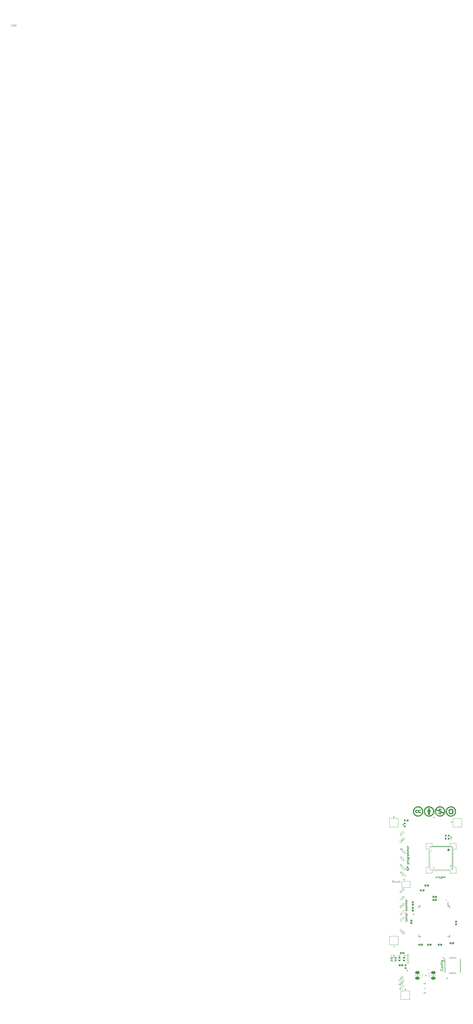
<source format=gbr>
%TF.GenerationSoftware,KiCad,Pcbnew,6.0.11-2627ca5db0~126~ubuntu22.04.1*%
%TF.CreationDate,2024-01-08T15:56:09+01:00*%
%TF.ProjectId,HB_TH_Sensor_SHT45_AllInOne_FUEL4EP,48425f54-485f-4536-956e-736f725f5348,1.1*%
%TF.SameCoordinates,Original*%
%TF.FileFunction,Legend,Top*%
%TF.FilePolarity,Positive*%
%FSLAX46Y46*%
G04 Gerber Fmt 4.6, Leading zero omitted, Abs format (unit mm)*
G04 Created by KiCad (PCBNEW 6.0.11-2627ca5db0~126~ubuntu22.04.1) date 2024-01-08 15:56:09*
%MOMM*%
%LPD*%
G01*
G04 APERTURE LIST*
G04 Aperture macros list*
%AMRoundRect*
0 Rectangle with rounded corners*
0 $1 Rounding radius*
0 $2 $3 $4 $5 $6 $7 $8 $9 X,Y pos of 4 corners*
0 Add a 4 corners polygon primitive as box body*
4,1,4,$2,$3,$4,$5,$6,$7,$8,$9,$2,$3,0*
0 Add four circle primitives for the rounded corners*
1,1,$1+$1,$2,$3*
1,1,$1+$1,$4,$5*
1,1,$1+$1,$6,$7*
1,1,$1+$1,$8,$9*
0 Add four rect primitives between the rounded corners*
20,1,$1+$1,$2,$3,$4,$5,0*
20,1,$1+$1,$4,$5,$6,$7,0*
20,1,$1+$1,$6,$7,$8,$9,0*
20,1,$1+$1,$8,$9,$2,$3,0*%
G04 Aperture macros list end*
%ADD10C,0.146049*%
%ADD11C,0.100000*%
%ADD12C,0.150000*%
%ADD13C,0.050000*%
%ADD14C,0.120000*%
%ADD15C,0.127000*%
%ADD16C,0.400000*%
%ADD17C,0.200000*%
%ADD18C,0.010000*%
%ADD19RoundRect,0.147500X-0.172500X0.147500X-0.172500X-0.147500X0.172500X-0.147500X0.172500X0.147500X0*%
%ADD20RoundRect,0.140000X-0.140000X-0.170000X0.140000X-0.170000X0.140000X0.170000X-0.140000X0.170000X0*%
%ADD21RoundRect,0.135000X0.185000X-0.135000X0.185000X0.135000X-0.185000X0.135000X-0.185000X-0.135000X0*%
%ADD22RoundRect,0.135000X0.135000X0.185000X-0.135000X0.185000X-0.135000X-0.185000X0.135000X-0.185000X0*%
%ADD23R,0.800000X1.500000*%
%ADD24R,1.500000X0.800000*%
%ADD25RoundRect,0.140000X0.170000X-0.140000X0.170000X0.140000X-0.170000X0.140000X-0.170000X-0.140000X0*%
%ADD26RoundRect,0.135000X-0.135000X-0.185000X0.135000X-0.185000X0.135000X0.185000X-0.135000X0.185000X0*%
%ADD27RoundRect,0.250000X0.475000X-0.250000X0.475000X0.250000X-0.475000X0.250000X-0.475000X-0.250000X0*%
%ADD28R,0.750000X1.000000*%
%ADD29RoundRect,0.140000X0.140000X0.170000X-0.140000X0.170000X-0.140000X-0.170000X0.140000X-0.170000X0*%
%ADD30R,0.900000X3.000000*%
%ADD31R,0.400000X0.900000*%
%ADD32R,0.550000X1.500000*%
%ADD33R,1.500000X0.550000*%
%ADD34RoundRect,0.140000X-0.170000X0.140000X-0.170000X-0.140000X0.170000X-0.140000X0.170000X0.140000X0*%
%ADD35R,2.500000X2.500000*%
%ADD36R,1.000000X1.500000*%
%ADD37RoundRect,0.147500X0.172500X-0.147500X0.172500X0.147500X-0.172500X0.147500X-0.172500X-0.147500X0*%
%ADD38RoundRect,0.102000X-0.250000X-0.150000X0.250000X-0.150000X0.250000X0.150000X-0.250000X0.150000X0*%
%ADD39RoundRect,0.147500X-0.147500X-0.172500X0.147500X-0.172500X0.147500X0.172500X-0.147500X0.172500X0*%
%ADD40C,2.640000*%
%ADD41R,2.000000X2.000000*%
%ADD42C,2.000000*%
%ADD43R,1.700000X1.700000*%
%ADD44O,1.700000X1.700000*%
G04 APERTURE END LIST*
D10*
X13281024Y10668000D02*
G75*
G03*
X13281024Y10668000I-73024J0D01*
G01*
X19504024Y33909000D02*
G75*
G03*
X19504024Y33909000I-73024J0D01*
G01*
X962024Y15494000D02*
G75*
G03*
X962024Y15494000I-73024J0D01*
G01*
X21028024Y54102000D02*
G75*
G03*
X21028024Y54102000I-73024J0D01*
G01*
D11*
X3959454Y53857428D02*
X3891689Y53836804D01*
X3820978Y53766094D01*
X3770892Y53668866D01*
X3764999Y53568693D01*
X3782677Y53492090D01*
X3841602Y53362454D01*
X3903474Y53282904D01*
X4009540Y53200408D01*
X4074358Y53170945D01*
X4162747Y53165053D01*
X4254081Y53209247D01*
X4301222Y53256388D01*
X4351309Y53353615D01*
X4354255Y53403701D01*
X4209887Y53589317D01*
X4115606Y53495036D01*
X4607635Y53562800D02*
X4174532Y54119647D01*
X4890477Y53845643D01*
X4457375Y54402490D01*
X5126180Y54081345D02*
X4693077Y54638192D01*
X4810928Y54756043D01*
X4902263Y54800237D01*
X4990651Y54794345D01*
X5055469Y54764882D01*
X5161535Y54682386D01*
X5223407Y54602837D01*
X5282332Y54473200D01*
X5300010Y54396597D01*
X5294118Y54296424D01*
X5244031Y54199197D01*
X5126180Y54081345D01*
X3691342Y34205457D02*
X3974185Y34488300D01*
X4265866Y33790032D02*
X3832764Y34346879D01*
X4092036Y34606151D02*
X4855122Y34379288D01*
X4422019Y34936134D02*
X4525139Y34049305D01*
X5043684Y34567850D02*
X4610581Y35124696D01*
X4728432Y35242547D01*
X4819767Y35286742D01*
X4908155Y35280849D01*
X4972973Y35251386D01*
X5079039Y35168890D01*
X5140911Y35089341D01*
X5199837Y34959705D01*
X5217514Y34883101D01*
X5211622Y34782928D01*
X5161535Y34685701D01*
X5043684Y34567850D01*
X3691342Y48231963D02*
X3735536Y48140628D01*
X3853388Y48022777D01*
X3927044Y47996261D01*
X3977131Y47993314D01*
X4053734Y48010992D01*
X4106767Y48052240D01*
X4136230Y48117058D01*
X4139176Y48161252D01*
X4118553Y48229017D01*
X4050788Y48343922D01*
X4030164Y48411686D01*
X4033110Y48455880D01*
X4062573Y48520698D01*
X4115606Y48561946D01*
X4192210Y48579624D01*
X4242296Y48576678D01*
X4315953Y48550161D01*
X4433804Y48432310D01*
X4477998Y48340975D01*
X4495676Y47474769D02*
X4445589Y47477716D01*
X4348362Y47527802D01*
X4301222Y47574943D01*
X4257028Y47666278D01*
X4262920Y47754666D01*
X4292383Y47819484D01*
X4374879Y47925550D01*
X4454428Y47987422D01*
X4584065Y48046347D01*
X4660668Y48064025D01*
X4760841Y48058133D01*
X4858068Y48008046D01*
X4905209Y47960905D01*
X4949403Y47869571D01*
X4946457Y47825377D01*
X4654775Y47221390D02*
X5211622Y47654492D01*
X4937618Y46938547D02*
X5043684Y47398166D01*
X5494464Y47371650D02*
X4893424Y47407005D01*
D12*
X18192714Y10807857D02*
X18230809Y10769761D01*
X18268904Y10655476D01*
X18268904Y10579285D01*
X18230809Y10465000D01*
X18154619Y10388809D01*
X18078428Y10350714D01*
X17926047Y10312619D01*
X17811761Y10312619D01*
X17659380Y10350714D01*
X17583190Y10388809D01*
X17507000Y10465000D01*
X17468904Y10579285D01*
X17468904Y10655476D01*
X17507000Y10769761D01*
X17545095Y10807857D01*
X18268904Y11265000D02*
X18230809Y11188809D01*
X18192714Y11150714D01*
X18116523Y11112619D01*
X17887952Y11112619D01*
X17811761Y11150714D01*
X17773666Y11188809D01*
X17735571Y11265000D01*
X17735571Y11379285D01*
X17773666Y11455476D01*
X17811761Y11493571D01*
X17887952Y11531666D01*
X18116523Y11531666D01*
X18192714Y11493571D01*
X18230809Y11455476D01*
X18268904Y11379285D01*
X18268904Y11265000D01*
X17735571Y11874523D02*
X18268904Y11874523D01*
X17811761Y11874523D02*
X17773666Y11912619D01*
X17735571Y11988809D01*
X17735571Y12103095D01*
X17773666Y12179285D01*
X17849857Y12217380D01*
X18268904Y12217380D01*
X17735571Y12484047D02*
X17735571Y12788809D01*
X18268904Y12598333D02*
X17583190Y12598333D01*
X17507000Y12636428D01*
X17468904Y12712619D01*
X17468904Y12788809D01*
X18268904Y13055476D02*
X17735571Y13055476D01*
X17468904Y13055476D02*
X17507000Y13017380D01*
X17545095Y13055476D01*
X17507000Y13093571D01*
X17468904Y13055476D01*
X17545095Y13055476D01*
X17735571Y13779285D02*
X18383190Y13779285D01*
X18459380Y13741190D01*
X18497476Y13703095D01*
X18535571Y13626904D01*
X18535571Y13512619D01*
X18497476Y13436428D01*
X18230809Y13779285D02*
X18268904Y13703095D01*
X18268904Y13550714D01*
X18230809Y13474523D01*
X18192714Y13436428D01*
X18116523Y13398333D01*
X17887952Y13398333D01*
X17811761Y13436428D01*
X17773666Y13474523D01*
X17735571Y13550714D01*
X17735571Y13703095D01*
X17773666Y13779285D01*
D11*
X3782987Y29344102D02*
X4381081Y28952247D01*
X4112970Y29674085D01*
X4952659Y29618106D02*
X4949713Y29568019D01*
X4899626Y29470792D01*
X4852486Y29423652D01*
X4761151Y29379457D01*
X4672763Y29385350D01*
X4607945Y29414813D01*
X4501879Y29497309D01*
X4440007Y29576858D01*
X4381081Y29706494D01*
X4363404Y29783098D01*
X4369296Y29883271D01*
X4419383Y29980498D01*
X4466523Y30027639D01*
X4557858Y30071833D01*
X4602052Y30068887D01*
X5447634Y30113081D02*
X5444688Y30062994D01*
X5394601Y29965767D01*
X5347461Y29918626D01*
X5256126Y29874432D01*
X5167738Y29880325D01*
X5102920Y29909787D01*
X4996854Y29992283D01*
X4934982Y30071833D01*
X4876056Y30201469D01*
X4858378Y30278072D01*
X4864271Y30378246D01*
X4914358Y30475473D01*
X4961498Y30522613D01*
X5052833Y30566808D01*
X5097027Y30563861D01*
X3650404Y45558760D02*
X4207251Y45991863D01*
X3974495Y45517512D01*
X4537234Y45661880D01*
X3980388Y45228777D01*
X4216090Y44993075D02*
X4772936Y45426178D01*
X4454738Y44801567D02*
X4498932Y44710232D01*
X4616784Y44592381D01*
X4690441Y44565865D01*
X4740527Y44562918D01*
X4817131Y44580596D01*
X4870164Y44621844D01*
X4899626Y44686662D01*
X4902573Y44730856D01*
X4881949Y44798621D01*
X4814184Y44913525D01*
X4793560Y44981290D01*
X4796507Y45025484D01*
X4825969Y45090302D01*
X4879002Y45131550D01*
X4955606Y45149228D01*
X5005692Y45146281D01*
X5079349Y45119765D01*
X5197200Y45001914D01*
X5241395Y44910579D01*
X5574324Y44624790D02*
X5668605Y44530509D01*
X5689229Y44462745D01*
X5683336Y44374357D01*
X5600841Y44268290D01*
X5415225Y44123923D01*
X5285589Y44064997D01*
X5185415Y44070890D01*
X5111758Y44097406D01*
X5017477Y44191687D01*
X4996854Y44259452D01*
X5002746Y44347840D01*
X5085242Y44453906D01*
X5270857Y44598274D01*
X5400494Y44657199D01*
X5500667Y44651307D01*
X5574324Y44624790D01*
X3655987Y56014102D02*
X4254081Y55622247D01*
X3985970Y56344085D01*
X4825659Y56288106D02*
X4822713Y56238019D01*
X4772626Y56140792D01*
X4725486Y56093652D01*
X4634151Y56049457D01*
X4545763Y56055350D01*
X4480945Y56084813D01*
X4374879Y56167309D01*
X4313007Y56246858D01*
X4254081Y56376494D01*
X4236404Y56453098D01*
X4242296Y56553271D01*
X4292383Y56650498D01*
X4339523Y56697639D01*
X4430858Y56741833D01*
X4475052Y56738887D01*
X5320634Y56783081D02*
X5317688Y56732994D01*
X5267601Y56635767D01*
X5220461Y56588626D01*
X5129126Y56544432D01*
X5040738Y56550325D01*
X4975920Y56579787D01*
X4869854Y56662283D01*
X4807982Y56741833D01*
X4749056Y56871469D01*
X4731378Y56948072D01*
X4737271Y57048246D01*
X4787358Y57145473D01*
X4834498Y57192613D01*
X4925833Y57236808D01*
X4970027Y57233861D01*
X4183371Y36247536D02*
X3750268Y36804383D01*
X3868119Y36922234D01*
X3959454Y36966428D01*
X4047842Y36960536D01*
X4112660Y36931073D01*
X4218726Y36848577D01*
X4280598Y36769028D01*
X4339523Y36639391D01*
X4357201Y36562788D01*
X4351309Y36462615D01*
X4301222Y36365388D01*
X4183371Y36247536D01*
X4174532Y37228647D02*
X4457375Y37511490D01*
X4749056Y36813222D02*
X4315953Y37370068D01*
X5338312Y37402477D02*
X4967081Y37502651D01*
X5055469Y37119635D02*
X4622366Y37676481D01*
X4810928Y37865043D01*
X4878692Y37885667D01*
X4922887Y37882721D01*
X4987705Y37853258D01*
X5049576Y37773709D01*
X5067254Y37697105D01*
X5064308Y37647019D01*
X5037791Y37573362D01*
X4849230Y37384800D01*
X4419073Y31530239D02*
X4047842Y31630412D01*
X4136230Y31247396D02*
X3703127Y31804243D01*
X3891689Y31992804D01*
X3959454Y32013428D01*
X4003648Y32010482D01*
X4068466Y31981019D01*
X4130338Y31901470D01*
X4148015Y31824866D01*
X4145069Y31774780D01*
X4118553Y31701123D01*
X3929991Y31512561D01*
X4150962Y32252077D02*
X4914048Y32025213D01*
X4480945Y32582060D02*
X4584065Y31695230D01*
X5102609Y32213775D02*
X4669507Y32770622D01*
X4787358Y32888473D01*
X4878692Y32932667D01*
X4967081Y32926775D01*
X5031899Y32897312D01*
X5137965Y32814816D01*
X5199837Y32735266D01*
X5258762Y32605630D01*
X5276440Y32529027D01*
X5270547Y32428854D01*
X5220461Y32331626D01*
X5102609Y32213775D01*
X3528987Y4452102D02*
X4127081Y4060247D01*
X3858970Y4782085D01*
X4698659Y4726106D02*
X4695713Y4676019D01*
X4645626Y4578792D01*
X4598486Y4531652D01*
X4507151Y4487457D01*
X4418763Y4493350D01*
X4353945Y4522813D01*
X4247879Y4605309D01*
X4186007Y4684858D01*
X4127081Y4814494D01*
X4109404Y4891098D01*
X4115296Y4991271D01*
X4165383Y5088498D01*
X4212523Y5135639D01*
X4303858Y5179833D01*
X4348052Y5176887D01*
X5193634Y5221081D02*
X5190688Y5170994D01*
X5140601Y5073767D01*
X5093461Y5026626D01*
X5002126Y4982432D01*
X4913738Y4988325D01*
X4848920Y5017787D01*
X4742854Y5100283D01*
X4680982Y5179833D01*
X4622056Y5309469D01*
X4604378Y5386072D01*
X4610271Y5486246D01*
X4660358Y5583473D01*
X4707498Y5630613D01*
X4798833Y5674808D01*
X4843027Y5671861D01*
X1673333Y39815333D02*
X1440000Y40148666D01*
X1273333Y39815333D02*
X1273333Y40515333D01*
X1540000Y40515333D01*
X1606666Y40482000D01*
X1640000Y40448666D01*
X1673333Y40382000D01*
X1673333Y40282000D01*
X1640000Y40215333D01*
X1606666Y40182000D01*
X1540000Y40148666D01*
X1273333Y40148666D01*
X2240000Y39848666D02*
X2173333Y39815333D01*
X2040000Y39815333D01*
X1973333Y39848666D01*
X1940000Y39915333D01*
X1940000Y40182000D01*
X1973333Y40248666D01*
X2040000Y40282000D01*
X2173333Y40282000D01*
X2240000Y40248666D01*
X2273333Y40182000D01*
X2273333Y40115333D01*
X1940000Y40048666D01*
X2540000Y39848666D02*
X2606666Y39815333D01*
X2740000Y39815333D01*
X2806666Y39848666D01*
X2840000Y39915333D01*
X2840000Y39948666D01*
X2806666Y40015333D01*
X2740000Y40048666D01*
X2640000Y40048666D01*
X2573333Y40082000D01*
X2540000Y40148666D01*
X2540000Y40182000D01*
X2573333Y40248666D01*
X2640000Y40282000D01*
X2740000Y40282000D01*
X2806666Y40248666D01*
X3406666Y39848666D02*
X3340000Y39815333D01*
X3206666Y39815333D01*
X3140000Y39848666D01*
X3106666Y39915333D01*
X3106666Y40182000D01*
X3140000Y40248666D01*
X3206666Y40282000D01*
X3340000Y40282000D01*
X3406666Y40248666D01*
X3440000Y40182000D01*
X3440000Y40115333D01*
X3106666Y40048666D01*
X3640000Y40282000D02*
X3906666Y40282000D01*
X3740000Y40515333D02*
X3740000Y39915333D01*
X3773333Y39848666D01*
X3840000Y39815333D01*
X3906666Y39815333D01*
X3777404Y50892760D02*
X4334251Y51325863D01*
X4101495Y50851512D01*
X4664234Y50995880D01*
X4107388Y50562777D01*
X4994217Y50665897D02*
X5088498Y50571616D01*
X5109122Y50503852D01*
X5103230Y50415463D01*
X5020734Y50309397D01*
X4835118Y50165030D01*
X4705482Y50106104D01*
X4605309Y50111997D01*
X4531652Y50138513D01*
X4437371Y50232794D01*
X4416747Y50300558D01*
X4422639Y50388947D01*
X4505135Y50495013D01*
X4690751Y50639380D01*
X4820387Y50698306D01*
X4920560Y50692413D01*
X4994217Y50665897D01*
X4864581Y49852724D02*
X4908775Y49761390D01*
X5026626Y49643538D01*
X5100283Y49617022D01*
X5150370Y49614076D01*
X5226973Y49631753D01*
X5280006Y49673001D01*
X5309469Y49737819D01*
X5312415Y49782013D01*
X5291791Y49849778D01*
X5224027Y49964683D01*
X5203403Y50032447D01*
X5206349Y50076641D01*
X5235812Y50141459D01*
X5288845Y50182707D01*
X5365448Y50200385D01*
X5415535Y50197439D01*
X5489192Y50170922D01*
X5607043Y50053071D01*
X5651237Y49961736D01*
X5333039Y49337125D02*
X5889886Y49770228D01*
X6760333Y12851000D02*
X6793666Y12951000D01*
X6793666Y13117666D01*
X6760333Y13184333D01*
X6727000Y13217666D01*
X6660333Y13251000D01*
X6593666Y13251000D01*
X6527000Y13217666D01*
X6493666Y13184333D01*
X6460333Y13117666D01*
X6427000Y12984333D01*
X6393666Y12917666D01*
X6360333Y12884333D01*
X6293666Y12851000D01*
X6227000Y12851000D01*
X6160333Y12884333D01*
X6127000Y12917666D01*
X6093666Y12984333D01*
X6093666Y13151000D01*
X6127000Y13251000D01*
X6793666Y13551000D02*
X6093666Y13551000D01*
X6427000Y13551000D02*
X6427000Y13951000D01*
X6793666Y13951000D02*
X6093666Y13951000D01*
X6093666Y14184333D02*
X6093666Y14584333D01*
X6793666Y14384333D02*
X6093666Y14384333D01*
X6327000Y15117666D02*
X6793666Y15117666D01*
X6060333Y14951000D02*
X6560333Y14784333D01*
X6560333Y15217666D01*
X6093666Y15817666D02*
X6093666Y15484333D01*
X6427000Y15451000D01*
X6393666Y15484333D01*
X6360333Y15551000D01*
X6360333Y15717666D01*
X6393666Y15784333D01*
X6427000Y15817666D01*
X6493666Y15851000D01*
X6660333Y15851000D01*
X6727000Y15817666D01*
X6760333Y15784333D01*
X6793666Y15717666D01*
X6793666Y15551000D01*
X6760333Y15484333D01*
X6727000Y15451000D01*
D12*
X6793666Y43779000D02*
X6093666Y43779000D01*
X6760333Y44079000D02*
X6793666Y44179000D01*
X6793666Y44345666D01*
X6760333Y44412333D01*
X6727000Y44445666D01*
X6660333Y44479000D01*
X6593666Y44479000D01*
X6527000Y44445666D01*
X6493666Y44412333D01*
X6460333Y44345666D01*
X6427000Y44212333D01*
X6393666Y44145666D01*
X6360333Y44112333D01*
X6293666Y44079000D01*
X6227000Y44079000D01*
X6160333Y44112333D01*
X6127000Y44145666D01*
X6093666Y44212333D01*
X6093666Y44379000D01*
X6127000Y44479000D01*
X6793666Y44779000D02*
X6093666Y44779000D01*
X6093666Y45045666D01*
X6127000Y45112333D01*
X6160333Y45145666D01*
X6227000Y45179000D01*
X6327000Y45179000D01*
X6393666Y45145666D01*
X6427000Y45112333D01*
X6460333Y45045666D01*
X6460333Y44779000D01*
X6327000Y46012333D02*
X7027000Y46012333D01*
X6360333Y46012333D02*
X6327000Y46079000D01*
X6327000Y46212333D01*
X6360333Y46279000D01*
X6393666Y46312333D01*
X6460333Y46345666D01*
X6660333Y46345666D01*
X6727000Y46312333D01*
X6760333Y46279000D01*
X6793666Y46212333D01*
X6793666Y46079000D01*
X6760333Y46012333D01*
X6793666Y46645666D02*
X6327000Y46645666D01*
X6460333Y46645666D02*
X6393666Y46679000D01*
X6360333Y46712333D01*
X6327000Y46779000D01*
X6327000Y46845666D01*
X6793666Y47179000D02*
X6760333Y47112333D01*
X6727000Y47079000D01*
X6660333Y47045666D01*
X6460333Y47045666D01*
X6393666Y47079000D01*
X6360333Y47112333D01*
X6327000Y47179000D01*
X6327000Y47279000D01*
X6360333Y47345666D01*
X6393666Y47379000D01*
X6460333Y47412333D01*
X6660333Y47412333D01*
X6727000Y47379000D01*
X6760333Y47345666D01*
X6793666Y47279000D01*
X6793666Y47179000D01*
X6327000Y48012333D02*
X6893666Y48012333D01*
X6960333Y47979000D01*
X6993666Y47945666D01*
X7027000Y47879000D01*
X7027000Y47779000D01*
X6993666Y47712333D01*
X6760333Y48012333D02*
X6793666Y47945666D01*
X6793666Y47812333D01*
X6760333Y47745666D01*
X6727000Y47712333D01*
X6660333Y47679000D01*
X6460333Y47679000D01*
X6393666Y47712333D01*
X6360333Y47745666D01*
X6327000Y47812333D01*
X6327000Y47945666D01*
X6360333Y48012333D01*
X6793666Y48345666D02*
X6327000Y48345666D01*
X6460333Y48345666D02*
X6393666Y48379000D01*
X6360333Y48412333D01*
X6327000Y48479000D01*
X6327000Y48545666D01*
X6793666Y49079000D02*
X6427000Y49079000D01*
X6360333Y49045666D01*
X6327000Y48979000D01*
X6327000Y48845666D01*
X6360333Y48779000D01*
X6760333Y49079000D02*
X6793666Y49012333D01*
X6793666Y48845666D01*
X6760333Y48779000D01*
X6693666Y48745666D01*
X6627000Y48745666D01*
X6560333Y48779000D01*
X6527000Y48845666D01*
X6527000Y49012333D01*
X6493666Y49079000D01*
X6793666Y49412333D02*
X6327000Y49412333D01*
X6393666Y49412333D02*
X6360333Y49445666D01*
X6327000Y49512333D01*
X6327000Y49612333D01*
X6360333Y49679000D01*
X6427000Y49712333D01*
X6793666Y49712333D01*
X6427000Y49712333D02*
X6360333Y49745666D01*
X6327000Y49812333D01*
X6327000Y49912333D01*
X6360333Y49979000D01*
X6427000Y50012333D01*
X6793666Y50012333D01*
X6793666Y50345666D02*
X6327000Y50345666D01*
X6393666Y50345666D02*
X6360333Y50379000D01*
X6327000Y50445666D01*
X6327000Y50545666D01*
X6360333Y50612333D01*
X6427000Y50645666D01*
X6793666Y50645666D01*
X6427000Y50645666D02*
X6360333Y50679000D01*
X6327000Y50745666D01*
X6327000Y50845666D01*
X6360333Y50912333D01*
X6427000Y50945666D01*
X6793666Y50945666D01*
X6760333Y51545666D02*
X6793666Y51479000D01*
X6793666Y51345666D01*
X6760333Y51279000D01*
X6693666Y51245666D01*
X6427000Y51245666D01*
X6360333Y51279000D01*
X6327000Y51345666D01*
X6327000Y51479000D01*
X6360333Y51545666D01*
X6427000Y51579000D01*
X6493666Y51579000D01*
X6560333Y51245666D01*
X6793666Y51879000D02*
X6327000Y51879000D01*
X6460333Y51879000D02*
X6393666Y51912333D01*
X6360333Y51945666D01*
X6327000Y52012333D01*
X6327000Y52079000D01*
D11*
X3578454Y7629428D02*
X3510689Y7608804D01*
X3439978Y7538094D01*
X3389892Y7440866D01*
X3383999Y7340693D01*
X3401677Y7264090D01*
X3460602Y7134454D01*
X3522474Y7054904D01*
X3628540Y6972408D01*
X3693358Y6942945D01*
X3781747Y6937053D01*
X3873081Y6981247D01*
X3920222Y7028388D01*
X3970309Y7125615D01*
X3973255Y7175701D01*
X3828887Y7361317D01*
X3734606Y7267036D01*
X4226635Y7334800D02*
X3793532Y7891647D01*
X4509477Y7617643D01*
X4076375Y8174490D01*
X4745180Y7853345D02*
X4312077Y8410192D01*
X4429928Y8528043D01*
X4521263Y8572237D01*
X4609651Y8566345D01*
X4674469Y8536882D01*
X4780535Y8454386D01*
X4842407Y8374837D01*
X4901332Y8245200D01*
X4919010Y8168597D01*
X4913118Y8068424D01*
X4863031Y7971197D01*
X4745180Y7853345D01*
X4060247Y42862918D02*
X4160421Y43234149D01*
X3777404Y43145760D02*
X4334251Y43578863D01*
X4522813Y43390301D01*
X4543437Y43322537D01*
X4540490Y43278343D01*
X4511028Y43213525D01*
X4431478Y43151653D01*
X4354875Y43133975D01*
X4304788Y43136922D01*
X4231131Y43163438D01*
X4042569Y43352000D01*
X4275325Y42694980D02*
X4319520Y42603645D01*
X4437371Y42485794D01*
X4511028Y42459278D01*
X4561114Y42456331D01*
X4637718Y42474009D01*
X4690751Y42515257D01*
X4720213Y42580075D01*
X4723160Y42624269D01*
X4702536Y42692034D01*
X4634771Y42806938D01*
X4614147Y42874703D01*
X4617094Y42918897D01*
X4646556Y42983715D01*
X4699589Y43024963D01*
X4776193Y43042641D01*
X4826279Y43039694D01*
X4899936Y43013178D01*
X5017787Y42895327D01*
X5061982Y42803992D01*
X5035465Y42406245D02*
X5200457Y42241253D01*
X4979486Y41943679D02*
X4743784Y42179381D01*
X5300630Y42612484D01*
X5536332Y42376782D01*
X5677754Y42235360D02*
X5960597Y41952518D01*
X5262329Y41660836D02*
X5819175Y42093939D01*
D12*
X6252333Y26880000D02*
X6285666Y26946666D01*
X6285666Y27080000D01*
X6252333Y27146666D01*
X6185666Y27180000D01*
X6152333Y27180000D01*
X6085666Y27146666D01*
X6052333Y27080000D01*
X6052333Y26980000D01*
X6019000Y26913333D01*
X5952333Y26880000D01*
X5919000Y26880000D01*
X5852333Y26913333D01*
X5819000Y26980000D01*
X5819000Y27080000D01*
X5852333Y27146666D01*
X6252333Y27746666D02*
X6285666Y27680000D01*
X6285666Y27546666D01*
X6252333Y27480000D01*
X6185666Y27446666D01*
X5919000Y27446666D01*
X5852333Y27480000D01*
X5819000Y27546666D01*
X5819000Y27680000D01*
X5852333Y27746666D01*
X5919000Y27780000D01*
X5985666Y27780000D01*
X6052333Y27446666D01*
X6285666Y28080000D02*
X5819000Y28080000D01*
X5952333Y28080000D02*
X5885666Y28113333D01*
X5852333Y28146666D01*
X5819000Y28213333D01*
X5819000Y28280000D01*
X6285666Y28513333D02*
X5819000Y28513333D01*
X5585666Y28513333D02*
X5619000Y28480000D01*
X5652333Y28513333D01*
X5619000Y28546666D01*
X5585666Y28513333D01*
X5652333Y28513333D01*
X6285666Y29146666D02*
X5919000Y29146666D01*
X5852333Y29113333D01*
X5819000Y29046666D01*
X5819000Y28913333D01*
X5852333Y28846666D01*
X6252333Y29146666D02*
X6285666Y29080000D01*
X6285666Y28913333D01*
X6252333Y28846666D01*
X6185666Y28813333D01*
X6119000Y28813333D01*
X6052333Y28846666D01*
X6019000Y28913333D01*
X6019000Y29080000D01*
X5985666Y29146666D01*
X6285666Y29580000D02*
X6252333Y29513333D01*
X6185666Y29480000D01*
X5585666Y29480000D01*
X6285666Y30380000D02*
X5819000Y30380000D01*
X5885666Y30380000D02*
X5852333Y30413333D01*
X5819000Y30480000D01*
X5819000Y30580000D01*
X5852333Y30646666D01*
X5919000Y30680000D01*
X6285666Y30680000D01*
X5919000Y30680000D02*
X5852333Y30713333D01*
X5819000Y30780000D01*
X5819000Y30880000D01*
X5852333Y30946666D01*
X5919000Y30980000D01*
X6285666Y30980000D01*
X6285666Y31413333D02*
X6252333Y31346666D01*
X6219000Y31313333D01*
X6152333Y31280000D01*
X5952333Y31280000D01*
X5885666Y31313333D01*
X5852333Y31346666D01*
X5819000Y31413333D01*
X5819000Y31513333D01*
X5852333Y31580000D01*
X5885666Y31613333D01*
X5952333Y31646666D01*
X6152333Y31646666D01*
X6219000Y31613333D01*
X6252333Y31580000D01*
X6285666Y31513333D01*
X6285666Y31413333D01*
X5819000Y31946666D02*
X6285666Y31946666D01*
X5885666Y31946666D02*
X5852333Y31980000D01*
X5819000Y32046666D01*
X5819000Y32146666D01*
X5852333Y32213333D01*
X5919000Y32246666D01*
X6285666Y32246666D01*
X6285666Y32580000D02*
X5819000Y32580000D01*
X5585666Y32580000D02*
X5619000Y32546666D01*
X5652333Y32580000D01*
X5619000Y32613333D01*
X5585666Y32580000D01*
X5652333Y32580000D01*
X5819000Y32813333D02*
X5819000Y33080000D01*
X5585666Y32913333D02*
X6185666Y32913333D01*
X6252333Y32946666D01*
X6285666Y33013333D01*
X6285666Y33080000D01*
X6285666Y33413333D02*
X6252333Y33346666D01*
X6219000Y33313333D01*
X6152333Y33280000D01*
X5952333Y33280000D01*
X5885666Y33313333D01*
X5852333Y33346666D01*
X5819000Y33413333D01*
X5819000Y33513333D01*
X5852333Y33580000D01*
X5885666Y33613333D01*
X5952333Y33646666D01*
X6152333Y33646666D01*
X6219000Y33613333D01*
X6252333Y33580000D01*
X6285666Y33513333D01*
X6285666Y33413333D01*
X6285666Y33946666D02*
X5819000Y33946666D01*
X5952333Y33946666D02*
X5885666Y33980000D01*
X5852333Y34013333D01*
X5819000Y34080000D01*
X5819000Y34146666D01*
D11*
X4436751Y27070197D02*
X4433804Y27020110D01*
X4383718Y26922883D01*
X4336577Y26875743D01*
X4245243Y26831549D01*
X4156854Y26837441D01*
X4092036Y26866904D01*
X3985970Y26949400D01*
X3924098Y27028949D01*
X3865173Y27158586D01*
X3847495Y27235189D01*
X3853388Y27335362D01*
X3903474Y27432589D01*
X3950615Y27479730D01*
X4041949Y27523924D01*
X4086143Y27520978D01*
X4186317Y27715432D02*
X4469160Y27998275D01*
X4760841Y27300007D02*
X4327738Y27856854D01*
X5023060Y27609366D02*
X5114395Y27653560D01*
X5232246Y27771411D01*
X5258762Y27845068D01*
X5261709Y27895155D01*
X5244031Y27971758D01*
X5202783Y28024791D01*
X5137965Y28054254D01*
X5093771Y28057200D01*
X5026006Y28036576D01*
X4911101Y27968812D01*
X4843337Y27948188D01*
X4799143Y27951134D01*
X4734325Y27980597D01*
X4693077Y28033630D01*
X4675399Y28110233D01*
X4678345Y28160320D01*
X4704862Y28233977D01*
X4822713Y28351828D01*
X4914048Y28396022D01*
X-125933142Y326690000D02*
X-125990285Y326718571D01*
X-126076000Y326718571D01*
X-126161714Y326690000D01*
X-126218857Y326632857D01*
X-126247428Y326575714D01*
X-126276000Y326461428D01*
X-126276000Y326375714D01*
X-126247428Y326261428D01*
X-126218857Y326204285D01*
X-126161714Y326147142D01*
X-126076000Y326118571D01*
X-126018857Y326118571D01*
X-125933142Y326147142D01*
X-125904571Y326175714D01*
X-125904571Y326375714D01*
X-126018857Y326375714D01*
X-125647428Y326118571D02*
X-125647428Y326718571D01*
X-125304571Y326118571D01*
X-125304571Y326718571D01*
X-125018857Y326118571D02*
X-125018857Y326718571D01*
X-124876000Y326718571D01*
X-124790285Y326690000D01*
X-124733142Y326632857D01*
X-124704571Y326575714D01*
X-124676000Y326461428D01*
X-124676000Y326375714D01*
X-124704571Y326261428D01*
X-124733142Y326204285D01*
X-124790285Y326147142D01*
X-124876000Y326118571D01*
X-125018857Y326118571D01*
X4454428Y23980545D02*
X4433804Y24048310D01*
X4363094Y24119021D01*
X4265866Y24169107D01*
X4165693Y24175000D01*
X4089090Y24157322D01*
X3959454Y24098397D01*
X3879904Y24036525D01*
X3797408Y23930459D01*
X3767945Y23865641D01*
X3762053Y23777252D01*
X3806247Y23685918D01*
X3853388Y23638777D01*
X3950615Y23588690D01*
X4000701Y23585744D01*
X4186317Y23730112D01*
X4092036Y23824393D01*
X4159800Y23332364D02*
X4716647Y23765467D01*
X4442643Y23049522D01*
X4999490Y23482624D01*
X4678345Y22813819D02*
X5235192Y23246922D01*
X5353043Y23129071D01*
X5397237Y23037736D01*
X5391345Y22949348D01*
X5361882Y22884530D01*
X5279386Y22778464D01*
X5199837Y22716592D01*
X5070200Y22657667D01*
X4993597Y22639989D01*
X4893424Y22645881D01*
X4796197Y22695968D01*
X4678345Y22813819D01*
X3375780Y5822896D02*
X3973875Y5431041D01*
X3705764Y6152879D01*
X4241986Y6217697D02*
X4333321Y6261891D01*
X4377515Y6258945D01*
X4442333Y6229482D01*
X4504205Y6149932D01*
X4521883Y6073329D01*
X4518936Y6023243D01*
X4492420Y5949586D01*
X4303858Y5761024D01*
X3870755Y6317870D01*
X4035747Y6482862D01*
X4103511Y6503486D01*
X4147705Y6500540D01*
X4212523Y6471077D01*
X4253771Y6418044D01*
X4271449Y6341441D01*
X4268503Y6291354D01*
X4241986Y6217697D01*
X4076995Y6052705D01*
X4651519Y6391527D02*
X4887221Y6627230D01*
X4728122Y6185288D02*
X4460011Y6907126D01*
X5058105Y6515271D01*
X4719283Y7166398D02*
X5002126Y7449241D01*
X5293808Y6750973D02*
X4860705Y7307820D01*
D13*
%TO.C,D1*%
X8218476Y32618380D02*
X8018476Y32618380D01*
X8018476Y32666000D01*
X8028000Y32694571D01*
X8047047Y32713619D01*
X8066095Y32723142D01*
X8104190Y32732666D01*
X8132761Y32732666D01*
X8170857Y32723142D01*
X8189904Y32713619D01*
X8208952Y32694571D01*
X8218476Y32666000D01*
X8218476Y32618380D01*
X8218476Y32923142D02*
X8218476Y32808857D01*
X8218476Y32866000D02*
X8018476Y32866000D01*
X8047047Y32846952D01*
X8066095Y32827904D01*
X8075619Y32808857D01*
%TO.C,C1*%
X11269666Y37139571D02*
X11260142Y37130047D01*
X11231571Y37120523D01*
X11212523Y37120523D01*
X11183952Y37130047D01*
X11164904Y37149095D01*
X11155380Y37168142D01*
X11145857Y37206238D01*
X11145857Y37234809D01*
X11155380Y37272904D01*
X11164904Y37291952D01*
X11183952Y37311000D01*
X11212523Y37320523D01*
X11231571Y37320523D01*
X11260142Y37311000D01*
X11269666Y37301476D01*
X11460142Y37120523D02*
X11345857Y37120523D01*
X11403000Y37120523D02*
X11403000Y37320523D01*
X11383952Y37291952D01*
X11364904Y37272904D01*
X11345857Y37263380D01*
%TO.C,R4*%
X8218476Y30827666D02*
X8123238Y30761000D01*
X8218476Y30713380D02*
X8018476Y30713380D01*
X8018476Y30789571D01*
X8028000Y30808619D01*
X8037523Y30818142D01*
X8056571Y30827666D01*
X8085142Y30827666D01*
X8104190Y30818142D01*
X8113714Y30808619D01*
X8123238Y30789571D01*
X8123238Y30713380D01*
X8085142Y30999095D02*
X8218476Y30999095D01*
X8008952Y30951476D02*
X8151809Y30903857D01*
X8151809Y31027666D01*
%TO.C,R1*%
X12793666Y38771523D02*
X12727000Y38866761D01*
X12679380Y38771523D02*
X12679380Y38971523D01*
X12755571Y38971523D01*
X12774619Y38962000D01*
X12784142Y38952476D01*
X12793666Y38933428D01*
X12793666Y38904857D01*
X12784142Y38885809D01*
X12774619Y38876285D01*
X12755571Y38866761D01*
X12679380Y38866761D01*
X12984142Y38771523D02*
X12869857Y38771523D01*
X12927000Y38771523D02*
X12927000Y38971523D01*
X12907952Y38942952D01*
X12888904Y38923904D01*
X12869857Y38914380D01*
%TO.C,Module1*%
X16954571Y41184523D02*
X16954571Y41384523D01*
X17021238Y41241666D01*
X17087904Y41384523D01*
X17087904Y41184523D01*
X17211714Y41184523D02*
X17192666Y41194047D01*
X17183142Y41203571D01*
X17173619Y41222619D01*
X17173619Y41279761D01*
X17183142Y41298809D01*
X17192666Y41308333D01*
X17211714Y41317857D01*
X17240285Y41317857D01*
X17259333Y41308333D01*
X17268857Y41298809D01*
X17278380Y41279761D01*
X17278380Y41222619D01*
X17268857Y41203571D01*
X17259333Y41194047D01*
X17240285Y41184523D01*
X17211714Y41184523D01*
X17449809Y41184523D02*
X17449809Y41384523D01*
X17449809Y41194047D02*
X17430761Y41184523D01*
X17392666Y41184523D01*
X17373619Y41194047D01*
X17364095Y41203571D01*
X17354571Y41222619D01*
X17354571Y41279761D01*
X17364095Y41298809D01*
X17373619Y41308333D01*
X17392666Y41317857D01*
X17430761Y41317857D01*
X17449809Y41308333D01*
X17630761Y41317857D02*
X17630761Y41184523D01*
X17545047Y41317857D02*
X17545047Y41213095D01*
X17554571Y41194047D01*
X17573619Y41184523D01*
X17602190Y41184523D01*
X17621238Y41194047D01*
X17630761Y41203571D01*
X17754571Y41184523D02*
X17735523Y41194047D01*
X17726000Y41213095D01*
X17726000Y41384523D01*
X17906952Y41194047D02*
X17887904Y41184523D01*
X17849809Y41184523D01*
X17830761Y41194047D01*
X17821238Y41213095D01*
X17821238Y41289285D01*
X17830761Y41308333D01*
X17849809Y41317857D01*
X17887904Y41317857D01*
X17906952Y41308333D01*
X17916476Y41289285D01*
X17916476Y41270238D01*
X17821238Y41251190D01*
X18106952Y41184523D02*
X17992666Y41184523D01*
X18049809Y41184523D02*
X18049809Y41384523D01*
X18030761Y41355952D01*
X18011714Y41336904D01*
X17992666Y41327380D01*
X15015523Y44897095D02*
X15015523Y45011380D01*
X15015523Y44954238D02*
X15215523Y44954238D01*
X15186952Y44973285D01*
X15167904Y44992333D01*
X15158380Y45011380D01*
X15015523Y44706619D02*
X15015523Y44820904D01*
X15015523Y44763761D02*
X15215523Y44763761D01*
X15186952Y44782809D01*
X15167904Y44801857D01*
X15158380Y44820904D01*
X20015523Y51351857D02*
X20015523Y51466142D01*
X20015523Y51409000D02*
X20215523Y51409000D01*
X20186952Y51428047D01*
X20167904Y51447095D01*
X20158380Y51466142D01*
X14415523Y50420904D02*
X14415523Y50459000D01*
X14406000Y50478047D01*
X14396476Y50487571D01*
X14367904Y50506619D01*
X14329809Y50516142D01*
X14253619Y50516142D01*
X14234571Y50506619D01*
X14225047Y50497095D01*
X14215523Y50478047D01*
X14215523Y50439952D01*
X14225047Y50420904D01*
X14234571Y50411380D01*
X14253619Y50401857D01*
X14301238Y50401857D01*
X14320285Y50411380D01*
X14329809Y50420904D01*
X14339333Y50439952D01*
X14339333Y50478047D01*
X14329809Y50497095D01*
X14320285Y50506619D01*
X14301238Y50516142D01*
X20715523Y45447095D02*
X20715523Y45561380D01*
X20715523Y45504238D02*
X20915523Y45504238D01*
X20886952Y45523285D01*
X20867904Y45542333D01*
X20858380Y45561380D01*
X20915523Y45275666D02*
X20915523Y45313761D01*
X20906000Y45332809D01*
X20896476Y45342333D01*
X20867904Y45361380D01*
X20829809Y45370904D01*
X20753619Y45370904D01*
X20734571Y45361380D01*
X20725047Y45351857D01*
X20715523Y45332809D01*
X20715523Y45294714D01*
X20725047Y45275666D01*
X20734571Y45266142D01*
X20753619Y45256619D01*
X20801238Y45256619D01*
X20820285Y45266142D01*
X20829809Y45275666D01*
X20839333Y45294714D01*
X20839333Y45332809D01*
X20829809Y45351857D01*
X20820285Y45361380D01*
X20801238Y45370904D01*
X15837095Y41575047D02*
X15818047Y41565523D01*
X15779952Y41565523D01*
X15760904Y41575047D01*
X15751380Y41594095D01*
X15751380Y41670285D01*
X15760904Y41689333D01*
X15779952Y41698857D01*
X15818047Y41698857D01*
X15837095Y41689333D01*
X15846619Y41670285D01*
X15846619Y41651238D01*
X15751380Y41632190D01*
X15999000Y41670285D02*
X16027571Y41660761D01*
X16037095Y41651238D01*
X16046619Y41632190D01*
X16046619Y41603619D01*
X16037095Y41584571D01*
X16027571Y41575047D01*
X16008523Y41565523D01*
X15932333Y41565523D01*
X15932333Y41765523D01*
X15999000Y41765523D01*
X16018047Y41756000D01*
X16027571Y41746476D01*
X16037095Y41727428D01*
X16037095Y41708380D01*
X16027571Y41689333D01*
X16018047Y41679809D01*
X15999000Y41670285D01*
X15932333Y41670285D01*
X16113285Y41698857D02*
X16160904Y41565523D01*
X16208523Y41698857D02*
X16160904Y41565523D01*
X16141857Y41517904D01*
X16132333Y41508380D01*
X16113285Y41498857D01*
X16256142Y41698857D02*
X16332333Y41698857D01*
X16284714Y41765523D02*
X16284714Y41594095D01*
X16294238Y41575047D01*
X16313285Y41565523D01*
X16332333Y41565523D01*
X16475190Y41575047D02*
X16456142Y41565523D01*
X16418047Y41565523D01*
X16399000Y41575047D01*
X16389476Y41594095D01*
X16389476Y41670285D01*
X16399000Y41689333D01*
X16418047Y41698857D01*
X16456142Y41698857D01*
X16475190Y41689333D01*
X16484714Y41670285D01*
X16484714Y41651238D01*
X16389476Y41632190D01*
X16722809Y41670285D02*
X16789476Y41670285D01*
X16818047Y41565523D02*
X16722809Y41565523D01*
X16722809Y41765523D01*
X16818047Y41765523D01*
X16941857Y41765523D02*
X16960904Y41765523D01*
X16979952Y41756000D01*
X16989476Y41746476D01*
X16999000Y41727428D01*
X17008523Y41689333D01*
X17008523Y41641714D01*
X16999000Y41603619D01*
X16989476Y41584571D01*
X16979952Y41575047D01*
X16960904Y41565523D01*
X16941857Y41565523D01*
X16922809Y41575047D01*
X16913285Y41584571D01*
X16903761Y41603619D01*
X16894238Y41641714D01*
X16894238Y41689333D01*
X16903761Y41727428D01*
X16913285Y41746476D01*
X16922809Y41756000D01*
X16941857Y41765523D01*
X17075190Y41765523D02*
X17208523Y41765523D01*
X17122809Y41565523D01*
X17284714Y41641714D02*
X17437095Y41641714D01*
X17541857Y41565523D02*
X17579952Y41565523D01*
X17599000Y41575047D01*
X17608523Y41584571D01*
X17627571Y41613142D01*
X17637095Y41651238D01*
X17637095Y41727428D01*
X17627571Y41746476D01*
X17618047Y41756000D01*
X17599000Y41765523D01*
X17560904Y41765523D01*
X17541857Y41756000D01*
X17532333Y41746476D01*
X17522809Y41727428D01*
X17522809Y41679809D01*
X17532333Y41660761D01*
X17541857Y41651238D01*
X17560904Y41641714D01*
X17599000Y41641714D01*
X17618047Y41651238D01*
X17627571Y41660761D01*
X17637095Y41679809D01*
X17760904Y41765523D02*
X17779952Y41765523D01*
X17799000Y41756000D01*
X17808523Y41746476D01*
X17818047Y41727428D01*
X17827571Y41689333D01*
X17827571Y41641714D01*
X17818047Y41603619D01*
X17808523Y41584571D01*
X17799000Y41575047D01*
X17779952Y41565523D01*
X17760904Y41565523D01*
X17741857Y41575047D01*
X17732333Y41584571D01*
X17722809Y41603619D01*
X17713285Y41641714D01*
X17713285Y41689333D01*
X17722809Y41727428D01*
X17732333Y41746476D01*
X17741857Y41756000D01*
X17760904Y41765523D01*
X17951380Y41765523D02*
X17970428Y41765523D01*
X17989476Y41756000D01*
X17999000Y41746476D01*
X18008523Y41727428D01*
X18018047Y41689333D01*
X18018047Y41641714D01*
X18008523Y41603619D01*
X17999000Y41584571D01*
X17989476Y41575047D01*
X17970428Y41565523D01*
X17951380Y41565523D01*
X17932333Y41575047D01*
X17922809Y41584571D01*
X17913285Y41603619D01*
X17903761Y41641714D01*
X17903761Y41689333D01*
X17913285Y41727428D01*
X17922809Y41746476D01*
X17932333Y41756000D01*
X17951380Y41765523D01*
X18103761Y41565523D02*
X18103761Y41765523D01*
X18170428Y41622666D01*
X18237095Y41765523D01*
X18237095Y41565523D01*
X18332333Y41565523D02*
X18332333Y41765523D01*
X18399000Y41622666D01*
X18465666Y41765523D01*
X18465666Y41565523D01*
X18665666Y41565523D02*
X18551380Y41565523D01*
X18608523Y41565523D02*
X18608523Y41765523D01*
X18589476Y41736952D01*
X18570428Y41717904D01*
X18551380Y41708380D01*
X18789476Y41765523D02*
X18808523Y41765523D01*
X18827571Y41756000D01*
X18837095Y41746476D01*
X18846619Y41727428D01*
X18856142Y41689333D01*
X18856142Y41641714D01*
X18846619Y41603619D01*
X18837095Y41584571D01*
X18827571Y41575047D01*
X18808523Y41565523D01*
X18789476Y41565523D01*
X18770428Y41575047D01*
X18760904Y41584571D01*
X18751380Y41603619D01*
X18741857Y41641714D01*
X18741857Y41689333D01*
X18751380Y41727428D01*
X18760904Y41746476D01*
X18770428Y41756000D01*
X18789476Y41765523D01*
X18932333Y41575047D02*
X18960904Y41565523D01*
X19008523Y41565523D01*
X19027571Y41575047D01*
X19037095Y41584571D01*
X19046619Y41603619D01*
X19046619Y41622666D01*
X19037095Y41641714D01*
X19027571Y41651238D01*
X19008523Y41660761D01*
X18970428Y41670285D01*
X18951380Y41679809D01*
X18941857Y41689333D01*
X18932333Y41708380D01*
X18932333Y41727428D01*
X18941857Y41746476D01*
X18951380Y41756000D01*
X18970428Y41765523D01*
X19018047Y41765523D01*
X19046619Y41756000D01*
%TO.C,C2*%
X17238666Y18978571D02*
X17229142Y18969047D01*
X17200571Y18959523D01*
X17181523Y18959523D01*
X17152952Y18969047D01*
X17133904Y18988095D01*
X17124380Y19007142D01*
X17114857Y19045238D01*
X17114857Y19073809D01*
X17124380Y19111904D01*
X17133904Y19130952D01*
X17152952Y19150000D01*
X17181523Y19159523D01*
X17200571Y19159523D01*
X17229142Y19150000D01*
X17238666Y19140476D01*
X17314857Y19140476D02*
X17324380Y19150000D01*
X17343428Y19159523D01*
X17391047Y19159523D01*
X17410095Y19150000D01*
X17419619Y19140476D01*
X17429142Y19121428D01*
X17429142Y19102380D01*
X17419619Y19073809D01*
X17305333Y18959523D01*
X17429142Y18959523D01*
%TO.C,C4*%
X22677428Y26255666D02*
X22686952Y26246142D01*
X22696476Y26217571D01*
X22696476Y26198523D01*
X22686952Y26169952D01*
X22667904Y26150904D01*
X22648857Y26141380D01*
X22610761Y26131857D01*
X22582190Y26131857D01*
X22544095Y26141380D01*
X22525047Y26150904D01*
X22506000Y26169952D01*
X22496476Y26198523D01*
X22496476Y26217571D01*
X22506000Y26246142D01*
X22515523Y26255666D01*
X22563142Y26427095D02*
X22696476Y26427095D01*
X22486952Y26379476D02*
X22629809Y26331857D01*
X22629809Y26455666D01*
%TO.C,C6*%
X15460666Y33964571D02*
X15451142Y33955047D01*
X15422571Y33945523D01*
X15403523Y33945523D01*
X15374952Y33955047D01*
X15355904Y33974095D01*
X15346380Y33993142D01*
X15336857Y34031238D01*
X15336857Y34059809D01*
X15346380Y34097904D01*
X15355904Y34116952D01*
X15374952Y34136000D01*
X15403523Y34145523D01*
X15422571Y34145523D01*
X15451142Y34136000D01*
X15460666Y34126476D01*
X15632095Y34145523D02*
X15594000Y34145523D01*
X15574952Y34136000D01*
X15565428Y34126476D01*
X15546380Y34097904D01*
X15536857Y34059809D01*
X15536857Y33983619D01*
X15546380Y33964571D01*
X15555904Y33955047D01*
X15574952Y33945523D01*
X15613047Y33945523D01*
X15632095Y33955047D01*
X15641619Y33964571D01*
X15651142Y33983619D01*
X15651142Y34031238D01*
X15641619Y34050285D01*
X15632095Y34059809D01*
X15613047Y34069333D01*
X15574952Y34069333D01*
X15555904Y34059809D01*
X15546380Y34050285D01*
X15536857Y34031238D01*
%TO.C,C8*%
X13682666Y18978571D02*
X13673142Y18969047D01*
X13644571Y18959523D01*
X13625523Y18959523D01*
X13596952Y18969047D01*
X13577904Y18988095D01*
X13568380Y19007142D01*
X13558857Y19045238D01*
X13558857Y19073809D01*
X13568380Y19111904D01*
X13577904Y19130952D01*
X13596952Y19150000D01*
X13625523Y19159523D01*
X13644571Y19159523D01*
X13673142Y19150000D01*
X13682666Y19140476D01*
X13796952Y19073809D02*
X13777904Y19083333D01*
X13768380Y19092857D01*
X13758857Y19111904D01*
X13758857Y19121428D01*
X13768380Y19140476D01*
X13777904Y19150000D01*
X13796952Y19159523D01*
X13835047Y19159523D01*
X13854095Y19150000D01*
X13863619Y19140476D01*
X13873142Y19121428D01*
X13873142Y19111904D01*
X13863619Y19092857D01*
X13854095Y19083333D01*
X13835047Y19073809D01*
X13796952Y19073809D01*
X13777904Y19064285D01*
X13768380Y19054761D01*
X13758857Y19035714D01*
X13758857Y18997619D01*
X13768380Y18978571D01*
X13777904Y18969047D01*
X13796952Y18959523D01*
X13835047Y18959523D01*
X13854095Y18969047D01*
X13863619Y18978571D01*
X13873142Y18997619D01*
X13873142Y19035714D01*
X13863619Y19054761D01*
X13854095Y19064285D01*
X13835047Y19073809D01*
%TO.C,R2*%
X10761666Y18959523D02*
X10695000Y19054761D01*
X10647380Y18959523D02*
X10647380Y19159523D01*
X10723571Y19159523D01*
X10742619Y19150000D01*
X10752142Y19140476D01*
X10761666Y19121428D01*
X10761666Y19092857D01*
X10752142Y19073809D01*
X10742619Y19064285D01*
X10723571Y19054761D01*
X10647380Y19054761D01*
X10837857Y19140476D02*
X10847380Y19150000D01*
X10866428Y19159523D01*
X10914047Y19159523D01*
X10933095Y19150000D01*
X10942619Y19140476D01*
X10952142Y19121428D01*
X10952142Y19102380D01*
X10942619Y19073809D01*
X10828333Y18959523D01*
X10952142Y18959523D01*
%TO.C,R6*%
X4538666Y16165523D02*
X4472000Y16260761D01*
X4424380Y16165523D02*
X4424380Y16365523D01*
X4500571Y16365523D01*
X4519619Y16356000D01*
X4529142Y16346476D01*
X4538666Y16327428D01*
X4538666Y16298857D01*
X4529142Y16279809D01*
X4519619Y16270285D01*
X4500571Y16260761D01*
X4424380Y16260761D01*
X4710095Y16365523D02*
X4672000Y16365523D01*
X4652952Y16356000D01*
X4643428Y16346476D01*
X4624380Y16317904D01*
X4614857Y16279809D01*
X4614857Y16203619D01*
X4624380Y16184571D01*
X4633904Y16175047D01*
X4652952Y16165523D01*
X4691047Y16165523D01*
X4710095Y16175047D01*
X4719619Y16184571D01*
X4729142Y16203619D01*
X4729142Y16251238D01*
X4719619Y16270285D01*
X4710095Y16279809D01*
X4691047Y16289333D01*
X4652952Y16289333D01*
X4633904Y16279809D01*
X4624380Y16270285D01*
X4614857Y16251238D01*
%TO.C,C5*%
X15057428Y8729666D02*
X15066952Y8720142D01*
X15076476Y8691571D01*
X15076476Y8672523D01*
X15066952Y8643952D01*
X15047904Y8624904D01*
X15028857Y8615380D01*
X14990761Y8605857D01*
X14962190Y8605857D01*
X14924095Y8615380D01*
X14905047Y8624904D01*
X14886000Y8643952D01*
X14876476Y8672523D01*
X14876476Y8691571D01*
X14886000Y8720142D01*
X14895523Y8729666D01*
X14876476Y8910619D02*
X14876476Y8815380D01*
X14971714Y8805857D01*
X14962190Y8815380D01*
X14952666Y8834428D01*
X14952666Y8882047D01*
X14962190Y8901095D01*
X14971714Y8910619D01*
X14990761Y8920142D01*
X15038380Y8920142D01*
X15057428Y8910619D01*
X15066952Y8901095D01*
X15076476Y8882047D01*
X15076476Y8834428D01*
X15066952Y8815380D01*
X15057428Y8805857D01*
%TO.C,SW1*%
X18495952Y14338333D02*
X18505476Y14366904D01*
X18505476Y14414523D01*
X18495952Y14433571D01*
X18486428Y14443095D01*
X18467380Y14452619D01*
X18448333Y14452619D01*
X18429285Y14443095D01*
X18419761Y14433571D01*
X18410238Y14414523D01*
X18400714Y14376428D01*
X18391190Y14357380D01*
X18381666Y14347857D01*
X18362619Y14338333D01*
X18343571Y14338333D01*
X18324523Y14347857D01*
X18315000Y14357380D01*
X18305476Y14376428D01*
X18305476Y14424047D01*
X18315000Y14452619D01*
X18305476Y14519285D02*
X18505476Y14566904D01*
X18362619Y14605000D01*
X18505476Y14643095D01*
X18305476Y14690714D01*
X18505476Y14871666D02*
X18505476Y14757380D01*
X18505476Y14814523D02*
X18305476Y14814523D01*
X18334047Y14795476D01*
X18353095Y14776428D01*
X18362619Y14757380D01*
%TO.C,C11*%
X20826428Y54665571D02*
X20816904Y54656047D01*
X20788333Y54646523D01*
X20769285Y54646523D01*
X20740714Y54656047D01*
X20721666Y54675095D01*
X20712142Y54694142D01*
X20702619Y54732238D01*
X20702619Y54760809D01*
X20712142Y54798904D01*
X20721666Y54817952D01*
X20740714Y54837000D01*
X20769285Y54846523D01*
X20788333Y54846523D01*
X20816904Y54837000D01*
X20826428Y54827476D01*
X21016904Y54646523D02*
X20902619Y54646523D01*
X20959761Y54646523D02*
X20959761Y54846523D01*
X20940714Y54817952D01*
X20921666Y54798904D01*
X20902619Y54789380D01*
X21207380Y54646523D02*
X21093095Y54646523D01*
X21150238Y54646523D02*
X21150238Y54846523D01*
X21131190Y54817952D01*
X21112142Y54798904D01*
X21093095Y54789380D01*
%TO.C,C12*%
X20826428Y55046571D02*
X20816904Y55037047D01*
X20788333Y55027523D01*
X20769285Y55027523D01*
X20740714Y55037047D01*
X20721666Y55056095D01*
X20712142Y55075142D01*
X20702619Y55113238D01*
X20702619Y55141809D01*
X20712142Y55179904D01*
X20721666Y55198952D01*
X20740714Y55218000D01*
X20769285Y55227523D01*
X20788333Y55227523D01*
X20816904Y55218000D01*
X20826428Y55208476D01*
X21016904Y55027523D02*
X20902619Y55027523D01*
X20959761Y55027523D02*
X20959761Y55227523D01*
X20940714Y55198952D01*
X20921666Y55179904D01*
X20902619Y55170380D01*
X21093095Y55208476D02*
X21102619Y55218000D01*
X21121666Y55227523D01*
X21169285Y55227523D01*
X21188333Y55218000D01*
X21197857Y55208476D01*
X21207380Y55189428D01*
X21207380Y55170380D01*
X21197857Y55141809D01*
X21083571Y55027523D01*
X21207380Y55027523D01*
%TO.C,C13*%
X4897428Y59034264D02*
X4906952Y59024740D01*
X4916476Y58996169D01*
X4916476Y58977121D01*
X4906952Y58948550D01*
X4887904Y58929502D01*
X4868857Y58919978D01*
X4830761Y58910455D01*
X4802190Y58910455D01*
X4764095Y58919978D01*
X4745047Y58929502D01*
X4726000Y58948550D01*
X4716476Y58977121D01*
X4716476Y58996169D01*
X4726000Y59024740D01*
X4735523Y59034264D01*
X4916476Y59224740D02*
X4916476Y59110455D01*
X4916476Y59167597D02*
X4716476Y59167597D01*
X4745047Y59148550D01*
X4764095Y59129502D01*
X4773619Y59110455D01*
X4716476Y59291407D02*
X4716476Y59415216D01*
X4792666Y59348550D01*
X4792666Y59377121D01*
X4802190Y59396169D01*
X4811714Y59405693D01*
X4830761Y59415216D01*
X4878380Y59415216D01*
X4897428Y59405693D01*
X4906952Y59396169D01*
X4916476Y59377121D01*
X4916476Y59319978D01*
X4906952Y59300931D01*
X4897428Y59291407D01*
%TO.C,L1*%
X12158666Y4354523D02*
X12063428Y4354523D01*
X12063428Y4554523D01*
X12330095Y4354523D02*
X12215809Y4354523D01*
X12272952Y4354523D02*
X12272952Y4554523D01*
X12253904Y4525952D01*
X12234857Y4506904D01*
X12215809Y4497380D01*
%TO.C,U2*%
X12293619Y8872523D02*
X12293619Y8710619D01*
X12303142Y8691571D01*
X12312666Y8682047D01*
X12331714Y8672523D01*
X12369809Y8672523D01*
X12388857Y8682047D01*
X12398380Y8691571D01*
X12407904Y8710619D01*
X12407904Y8872523D01*
X12493619Y8853476D02*
X12503142Y8863000D01*
X12522190Y8872523D01*
X12569809Y8872523D01*
X12588857Y8863000D01*
X12598380Y8853476D01*
X12607904Y8834428D01*
X12607904Y8815380D01*
X12598380Y8786809D01*
X12484095Y8672523D01*
X12607904Y8672523D01*
%TO.C,C9*%
X9723428Y8729666D02*
X9732952Y8720142D01*
X9742476Y8691571D01*
X9742476Y8672523D01*
X9732952Y8643952D01*
X9713904Y8624904D01*
X9694857Y8615380D01*
X9656761Y8605857D01*
X9628190Y8605857D01*
X9590095Y8615380D01*
X9571047Y8624904D01*
X9552000Y8643952D01*
X9542476Y8672523D01*
X9542476Y8691571D01*
X9552000Y8720142D01*
X9561523Y8729666D01*
X9742476Y8824904D02*
X9742476Y8863000D01*
X9732952Y8882047D01*
X9723428Y8891571D01*
X9694857Y8910619D01*
X9656761Y8920142D01*
X9580571Y8920142D01*
X9561523Y8910619D01*
X9552000Y8901095D01*
X9542476Y8882047D01*
X9542476Y8843952D01*
X9552000Y8824904D01*
X9561523Y8815380D01*
X9580571Y8805857D01*
X9628190Y8805857D01*
X9647238Y8815380D01*
X9656761Y8824904D01*
X9666285Y8843952D01*
X9666285Y8882047D01*
X9656761Y8901095D01*
X9647238Y8910619D01*
X9628190Y8920142D01*
%TO.C,U1*%
X8272476Y29057619D02*
X8434380Y29057619D01*
X8453428Y29067142D01*
X8462952Y29076666D01*
X8472476Y29095714D01*
X8472476Y29133809D01*
X8462952Y29152857D01*
X8453428Y29162380D01*
X8434380Y29171904D01*
X8272476Y29171904D01*
X8472476Y29371904D02*
X8472476Y29257619D01*
X8472476Y29314761D02*
X8272476Y29314761D01*
X8301047Y29295714D01*
X8320095Y29276666D01*
X8329619Y29257619D01*
%TO.C,C3*%
X15460666Y34980571D02*
X15451142Y34971047D01*
X15422571Y34961523D01*
X15403523Y34961523D01*
X15374952Y34971047D01*
X15355904Y34990095D01*
X15346380Y35009142D01*
X15336857Y35047238D01*
X15336857Y35075809D01*
X15346380Y35113904D01*
X15355904Y35132952D01*
X15374952Y35152000D01*
X15403523Y35161523D01*
X15422571Y35161523D01*
X15451142Y35152000D01*
X15460666Y35142476D01*
X15527333Y35161523D02*
X15651142Y35161523D01*
X15584476Y35085333D01*
X15613047Y35085333D01*
X15632095Y35075809D01*
X15641619Y35066285D01*
X15651142Y35047238D01*
X15651142Y34999619D01*
X15641619Y34980571D01*
X15632095Y34971047D01*
X15613047Y34961523D01*
X15555904Y34961523D01*
X15536857Y34971047D01*
X15527333Y34980571D01*
%TO.C,C15*%
X3427428Y15295571D02*
X3417904Y15286047D01*
X3389333Y15276523D01*
X3370285Y15276523D01*
X3341714Y15286047D01*
X3322666Y15305095D01*
X3313142Y15324142D01*
X3303619Y15362238D01*
X3303619Y15390809D01*
X3313142Y15428904D01*
X3322666Y15447952D01*
X3341714Y15467000D01*
X3370285Y15476523D01*
X3389333Y15476523D01*
X3417904Y15467000D01*
X3427428Y15457476D01*
X3617904Y15276523D02*
X3503619Y15276523D01*
X3560761Y15276523D02*
X3560761Y15476523D01*
X3541714Y15447952D01*
X3522666Y15428904D01*
X3503619Y15419380D01*
X3798857Y15476523D02*
X3703619Y15476523D01*
X3694095Y15381285D01*
X3703619Y15390809D01*
X3722666Y15400333D01*
X3770285Y15400333D01*
X3789333Y15390809D01*
X3798857Y15381285D01*
X3808380Y15362238D01*
X3808380Y15314619D01*
X3798857Y15295571D01*
X3789333Y15286047D01*
X3770285Y15276523D01*
X3722666Y15276523D01*
X3703619Y15286047D01*
X3694095Y15295571D01*
%TO.C,AE1*%
X15006666Y61561666D02*
X15101904Y61561666D01*
X14987619Y61504523D02*
X15054285Y61704523D01*
X15120952Y61504523D01*
X15187619Y61609285D02*
X15254285Y61609285D01*
X15282857Y61504523D02*
X15187619Y61504523D01*
X15187619Y61704523D01*
X15282857Y61704523D01*
X15473333Y61504523D02*
X15359047Y61504523D01*
X15416190Y61504523D02*
X15416190Y61704523D01*
X15397142Y61675952D01*
X15378095Y61656904D01*
X15359047Y61647380D01*
%TO.C,C14*%
X5332428Y15295571D02*
X5322904Y15286047D01*
X5294333Y15276523D01*
X5275285Y15276523D01*
X5246714Y15286047D01*
X5227666Y15305095D01*
X5218142Y15324142D01*
X5208619Y15362238D01*
X5208619Y15390809D01*
X5218142Y15428904D01*
X5227666Y15447952D01*
X5246714Y15467000D01*
X5275285Y15476523D01*
X5294333Y15476523D01*
X5322904Y15467000D01*
X5332428Y15457476D01*
X5522904Y15276523D02*
X5408619Y15276523D01*
X5465761Y15276523D02*
X5465761Y15476523D01*
X5446714Y15447952D01*
X5427666Y15428904D01*
X5408619Y15419380D01*
X5694333Y15409857D02*
X5694333Y15276523D01*
X5646714Y15486047D02*
X5599095Y15343190D01*
X5722904Y15343190D01*
%TO.C,H4*%
X1625619Y18324523D02*
X1625619Y18524523D01*
X1625619Y18429285D02*
X1739904Y18429285D01*
X1739904Y18324523D02*
X1739904Y18524523D01*
X1920857Y18457857D02*
X1920857Y18324523D01*
X1873238Y18534047D02*
X1825619Y18391190D01*
X1949428Y18391190D01*
%TO.C,C7*%
X7691428Y26636666D02*
X7700952Y26627142D01*
X7710476Y26598571D01*
X7710476Y26579523D01*
X7700952Y26550952D01*
X7681904Y26531904D01*
X7662857Y26522380D01*
X7624761Y26512857D01*
X7596190Y26512857D01*
X7558095Y26522380D01*
X7539047Y26531904D01*
X7520000Y26550952D01*
X7510476Y26579523D01*
X7510476Y26598571D01*
X7520000Y26627142D01*
X7529523Y26636666D01*
X7510476Y26703333D02*
X7510476Y26836666D01*
X7710476Y26750952D01*
%TO.C,H3*%
X5435619Y3973523D02*
X5435619Y4173523D01*
X5435619Y4078285D02*
X5549904Y4078285D01*
X5549904Y3973523D02*
X5549904Y4173523D01*
X5626095Y4173523D02*
X5749904Y4173523D01*
X5683238Y4097333D01*
X5711809Y4097333D01*
X5730857Y4087809D01*
X5740380Y4078285D01*
X5749904Y4059238D01*
X5749904Y4011619D01*
X5740380Y3992571D01*
X5730857Y3983047D01*
X5711809Y3973523D01*
X5654666Y3973523D01*
X5635619Y3983047D01*
X5626095Y3992571D01*
%TO.C,JP1*%
X5040333Y40876523D02*
X5040333Y40733666D01*
X5030809Y40705095D01*
X5011761Y40686047D01*
X4983190Y40676523D01*
X4964142Y40676523D01*
X5135571Y40676523D02*
X5135571Y40876523D01*
X5211761Y40876523D01*
X5230809Y40867000D01*
X5240333Y40857476D01*
X5249857Y40838428D01*
X5249857Y40809857D01*
X5240333Y40790809D01*
X5230809Y40781285D01*
X5211761Y40771761D01*
X5135571Y40771761D01*
X5440333Y40676523D02*
X5326047Y40676523D01*
X5383190Y40676523D02*
X5383190Y40876523D01*
X5364142Y40847952D01*
X5345095Y40828904D01*
X5326047Y40819380D01*
%TO.C,R3*%
X21175666Y19467523D02*
X21109000Y19562761D01*
X21061380Y19467523D02*
X21061380Y19667523D01*
X21137571Y19667523D01*
X21156619Y19658000D01*
X21166142Y19648476D01*
X21175666Y19629428D01*
X21175666Y19600857D01*
X21166142Y19581809D01*
X21156619Y19572285D01*
X21137571Y19562761D01*
X21061380Y19562761D01*
X21242333Y19667523D02*
X21366142Y19667523D01*
X21299476Y19591333D01*
X21328047Y19591333D01*
X21347095Y19581809D01*
X21356619Y19572285D01*
X21366142Y19553238D01*
X21366142Y19505619D01*
X21356619Y19486571D01*
X21347095Y19477047D01*
X21328047Y19467523D01*
X21270904Y19467523D01*
X21251857Y19477047D01*
X21242333Y19486571D01*
%TO.C,H1*%
X20929619Y59980523D02*
X20929619Y60180523D01*
X20929619Y60085285D02*
X21043904Y60085285D01*
X21043904Y59980523D02*
X21043904Y60180523D01*
X21243904Y59980523D02*
X21129619Y59980523D01*
X21186761Y59980523D02*
X21186761Y60180523D01*
X21167714Y60151952D01*
X21148666Y60132904D01*
X21129619Y60123380D01*
%TO.C,FB1*%
X6208714Y10247333D02*
X6208714Y10180666D01*
X6313476Y10180666D02*
X6113476Y10180666D01*
X6113476Y10275904D01*
X6208714Y10418761D02*
X6218238Y10447333D01*
X6227761Y10456857D01*
X6246809Y10466380D01*
X6275380Y10466380D01*
X6294428Y10456857D01*
X6303952Y10447333D01*
X6313476Y10428285D01*
X6313476Y10352095D01*
X6113476Y10352095D01*
X6113476Y10418761D01*
X6123000Y10437809D01*
X6132523Y10447333D01*
X6151571Y10456857D01*
X6170619Y10456857D01*
X6189666Y10447333D01*
X6199190Y10437809D01*
X6208714Y10418761D01*
X6208714Y10352095D01*
X6313476Y10656857D02*
X6313476Y10542571D01*
X6313476Y10599714D02*
X6113476Y10599714D01*
X6142047Y10580666D01*
X6161095Y10561619D01*
X6170619Y10542571D01*
%TO.C,R5*%
X4157666Y12101523D02*
X4091000Y12196761D01*
X4043380Y12101523D02*
X4043380Y12301523D01*
X4119571Y12301523D01*
X4138619Y12292000D01*
X4148142Y12282476D01*
X4157666Y12263428D01*
X4157666Y12234857D01*
X4148142Y12215809D01*
X4138619Y12206285D01*
X4119571Y12196761D01*
X4043380Y12196761D01*
X4338619Y12301523D02*
X4243380Y12301523D01*
X4233857Y12206285D01*
X4243380Y12215809D01*
X4262428Y12225333D01*
X4310047Y12225333D01*
X4329095Y12215809D01*
X4338619Y12206285D01*
X4348142Y12187238D01*
X4348142Y12139619D01*
X4338619Y12120571D01*
X4329095Y12111047D01*
X4310047Y12101523D01*
X4262428Y12101523D01*
X4243380Y12111047D01*
X4233857Y12120571D01*
%TO.C,U3*%
X1625619Y15603523D02*
X1625619Y15441619D01*
X1635142Y15422571D01*
X1644666Y15413047D01*
X1663714Y15403523D01*
X1701809Y15403523D01*
X1720857Y15413047D01*
X1730380Y15422571D01*
X1739904Y15441619D01*
X1739904Y15603523D01*
X1816095Y15603523D02*
X1939904Y15603523D01*
X1873238Y15527333D01*
X1901809Y15527333D01*
X1920857Y15517809D01*
X1930380Y15508285D01*
X1939904Y15489238D01*
X1939904Y15441619D01*
X1930380Y15422571D01*
X1920857Y15413047D01*
X1901809Y15403523D01*
X1844666Y15403523D01*
X1825619Y15413047D01*
X1816095Y15422571D01*
%TO.C,L2*%
X5935666Y60488523D02*
X5840428Y60488523D01*
X5840428Y60688523D01*
X5992809Y60669476D02*
X6002333Y60679000D01*
X6021380Y60688523D01*
X6069000Y60688523D01*
X6088047Y60679000D01*
X6097571Y60669476D01*
X6107095Y60650428D01*
X6107095Y60631380D01*
X6097571Y60602809D01*
X5983285Y60488523D01*
X6107095Y60488523D01*
%TO.C,H2*%
X1625619Y61631523D02*
X1625619Y61831523D01*
X1625619Y61736285D02*
X1739904Y61736285D01*
X1739904Y61631523D02*
X1739904Y61831523D01*
X1825619Y61812476D02*
X1835142Y61822000D01*
X1854190Y61831523D01*
X1901809Y61831523D01*
X1920857Y61822000D01*
X1930380Y61812476D01*
X1939904Y61793428D01*
X1939904Y61774380D01*
X1930380Y61745809D01*
X1816095Y61631523D01*
X1939904Y61631523D01*
D11*
%TO.C,D1*%
X8178000Y33856000D02*
G75*
G03*
X8178000Y33856000I-50000J0D01*
G01*
D14*
%TO.C,C1*%
X11195164Y36851000D02*
X11410836Y36851000D01*
X11195164Y37571000D02*
X11410836Y37571000D01*
%TO.C,R4*%
X8508000Y30707359D02*
X8508000Y31014641D01*
X7748000Y30707359D02*
X7748000Y31014641D01*
%TO.C,R1*%
X12980641Y39242000D02*
X12673359Y39242000D01*
X12980641Y38482000D02*
X12673359Y38482000D01*
%TO.C,Module1*%
X12606000Y44939000D02*
X12606000Y42959000D01*
X13506000Y44939000D02*
X12606000Y44939000D01*
X22606000Y42959000D02*
X22606000Y44919000D01*
X14586000Y52059000D02*
X14586000Y52959000D01*
X13806000Y51759000D02*
X13806000Y44159000D01*
D15*
X21406000Y51759000D02*
X21406000Y44159000D01*
D14*
X22606000Y44919000D02*
X21706000Y44919000D01*
X14566000Y42959000D02*
X14566000Y43859000D01*
X20646000Y52959000D02*
X20646000Y52059000D01*
X21706000Y50979000D02*
X22606000Y50979000D01*
D15*
X13806000Y51759000D02*
X21406000Y51759000D01*
D14*
X21706000Y44919000D02*
X21706000Y50979000D01*
X14586000Y52959000D02*
X12606000Y52959000D01*
X12606000Y52959000D02*
X12606000Y50999000D01*
X12606000Y42959000D02*
X14566000Y42959000D01*
X20626000Y42959000D02*
X22606000Y42959000D01*
X14566000Y43859000D02*
X20626000Y43859000D01*
X22606000Y52959000D02*
X20646000Y52959000D01*
X20626000Y43859000D02*
X20626000Y42959000D01*
X20646000Y52059000D02*
X14586000Y52059000D01*
X13506000Y50999000D02*
X13506000Y44939000D01*
X22606000Y50979000D02*
X22606000Y52959000D01*
X12606000Y50999000D02*
X13506000Y50999000D01*
X13806000Y44159000D02*
X21406000Y44159000D01*
D16*
X20306000Y50709000D02*
G75*
G03*
X20306000Y50709000I-200000J0D01*
G01*
D14*
%TO.C,C2*%
X17164164Y18690000D02*
X17379836Y18690000D01*
X17164164Y19410000D02*
X17379836Y19410000D01*
%TO.C,C4*%
X22246000Y26181164D02*
X22246000Y26396836D01*
X22966000Y26181164D02*
X22966000Y26396836D01*
%TO.C,C6*%
X15386164Y33676000D02*
X15601836Y33676000D01*
X15386164Y34396000D02*
X15601836Y34396000D01*
%TO.C,C8*%
X13608164Y19410000D02*
X13823836Y19410000D01*
X13608164Y18690000D02*
X13823836Y18690000D01*
%TO.C,R2*%
X10641359Y19430000D02*
X10948641Y19430000D01*
X10641359Y18670000D02*
X10948641Y18670000D01*
%TO.C,R6*%
X4418359Y16636000D02*
X4725641Y16636000D01*
X4418359Y15876000D02*
X4725641Y15876000D01*
%TO.C,C5*%
X15721000Y8501748D02*
X15721000Y9024252D01*
X14251000Y8501748D02*
X14251000Y9024252D01*
D15*
%TO.C,SW1*%
X24047172Y14297667D02*
X24047172Y9797667D01*
X22677172Y14597667D02*
X20317172Y14597667D01*
X20317172Y9497667D02*
X22677172Y9497667D01*
X18947172Y14297667D02*
X18947172Y9797667D01*
D17*
X19722172Y7797667D02*
G75*
G03*
X19722172Y7797667I-100000J0D01*
G01*
%TO.C,LOGO1*%
G36*
X15517016Y63685632D02*
G01*
X15537045Y63915086D01*
X15580987Y64121986D01*
X15651269Y64313021D01*
X15688729Y64381798D01*
X16056630Y64381798D01*
X16072166Y64365069D01*
X16112722Y64340385D01*
X16169544Y64313068D01*
X16170022Y64312861D01*
X16233491Y64285202D01*
X16318129Y64248009D01*
X16411976Y64206548D01*
X16487374Y64173080D01*
X16691534Y64082224D01*
X16728260Y64154213D01*
X16793479Y64242262D01*
X16889788Y64312016D01*
X17016796Y64363222D01*
X17076964Y64378645D01*
X17103079Y64386245D01*
X17117997Y64400300D01*
X17124850Y64429453D01*
X17126769Y64482343D01*
X17126857Y64516346D01*
X17126857Y64643000D01*
X17326428Y64643000D01*
X17326428Y64390644D01*
X17394464Y64379492D01*
X17477114Y64360338D01*
X17565444Y64330976D01*
X17646314Y64296466D01*
X17706584Y64261867D01*
X17713385Y64256703D01*
X17763383Y64216643D01*
X17544621Y64000537D01*
X17458696Y64042283D01*
X17366013Y64076818D01*
X17273475Y64092989D01*
X17187922Y64091512D01*
X17116195Y64073104D01*
X17065134Y64038481D01*
X17043560Y63998796D01*
X17039920Y63957936D01*
X17047450Y63935027D01*
X17067220Y63924221D01*
X17116075Y63900733D01*
X17189903Y63866390D01*
X17284596Y63823024D01*
X17396046Y63772462D01*
X17520142Y63716536D01*
X17652775Y63657073D01*
X17789837Y63595904D01*
X17927218Y63534858D01*
X18060809Y63475764D01*
X18186501Y63420453D01*
X18300184Y63370752D01*
X18397750Y63328492D01*
X18475089Y63295502D01*
X18528091Y63273612D01*
X18552649Y63264651D01*
X18553492Y63264531D01*
X18571742Y63279817D01*
X18584829Y63314036D01*
X18607011Y63476265D01*
X18609527Y63654907D01*
X18593174Y63836412D01*
X18558753Y64007230D01*
X18540303Y64068931D01*
X18465341Y64241798D01*
X18359572Y64409210D01*
X18228473Y64565372D01*
X18077522Y64704488D01*
X17912195Y64820762D01*
X17752748Y64902307D01*
X17550792Y64968028D01*
X17339543Y65001100D01*
X17124563Y65001978D01*
X16911415Y64971119D01*
X16705661Y64908978D01*
X16512866Y64816011D01*
X16483601Y64798312D01*
X16427957Y64759024D01*
X16361994Y64705380D01*
X16291194Y64642730D01*
X16221044Y64576424D01*
X16157028Y64511813D01*
X16104631Y64454246D01*
X16069338Y64409075D01*
X16056630Y64381798D01*
X15688729Y64381798D01*
X15750319Y64494877D01*
X15872043Y64663698D01*
X16018739Y64824408D01*
X16185283Y64968616D01*
X16364318Y65091061D01*
X16548489Y65186483D01*
X16664846Y65230681D01*
X16894949Y65287064D01*
X17132329Y65311590D01*
X17371497Y65304952D01*
X17606964Y65267843D01*
X17833241Y65200957D01*
X18044838Y65104988D01*
X18148126Y65043245D01*
X18347099Y64892197D01*
X18519477Y64717769D01*
X18663565Y64522326D01*
X18777670Y64308233D01*
X18860097Y64077855D01*
X18871902Y64032983D01*
X18897828Y63889819D01*
X18911851Y63725346D01*
X18913966Y63552358D01*
X18904170Y63383650D01*
X18882455Y63232016D01*
X18872228Y63186104D01*
X18802023Y62965986D01*
X18704718Y62765850D01*
X18577384Y62580698D01*
X18417096Y62405532D01*
X18412444Y62401048D01*
X18246178Y62255851D01*
X18078865Y62140749D01*
X17901883Y62050351D01*
X17771276Y62000124D01*
X17542011Y61939474D01*
X17304941Y61909744D01*
X17068738Y61911621D01*
X16909143Y61932000D01*
X16683831Y61990619D01*
X16467807Y62081450D01*
X16264824Y62201226D01*
X16078631Y62346679D01*
X15912980Y62514542D01*
X15771622Y62701547D01*
X15658308Y62904426D01*
X15588183Y63082714D01*
X15554458Y63197890D01*
X15531760Y63303670D01*
X15518773Y63411195D01*
X15514183Y63531610D01*
X15515609Y63614347D01*
X15820886Y63614347D01*
X15829432Y63437972D01*
X15856328Y63281589D01*
X15904478Y63132357D01*
X15955379Y63019214D01*
X16072747Y62820895D01*
X16214631Y62649255D01*
X16381726Y62503601D01*
X16574726Y62383239D01*
X16611985Y62364346D01*
X16723604Y62313081D01*
X16823625Y62276556D01*
X16922093Y62252810D01*
X17029052Y62239885D01*
X17154548Y62235818D01*
X17262928Y62237299D01*
X17378783Y62241538D01*
X17467421Y62248127D01*
X17537889Y62258206D01*
X17599236Y62272913D01*
X17634465Y62284103D01*
X17799452Y62348957D01*
X17942614Y62425399D01*
X18075674Y62520738D01*
X18210352Y62642283D01*
X18213005Y62644895D01*
X18291337Y62726332D01*
X18354461Y62800332D01*
X18399432Y62862785D01*
X18423307Y62909579D01*
X18423142Y62936604D01*
X18422431Y62937381D01*
X18401710Y62949268D01*
X18354457Y62972456D01*
X18287282Y63003988D01*
X18206792Y63040903D01*
X18119595Y63080242D01*
X18032300Y63119045D01*
X17951516Y63154354D01*
X17883849Y63183208D01*
X17835909Y63202648D01*
X17814347Y63209714D01*
X17800463Y63194469D01*
X17783458Y63157274D01*
X17781700Y63152365D01*
X17728869Y63053762D01*
X17646408Y62968383D01*
X17539931Y62900825D01*
X17421208Y62857225D01*
X17335500Y62835306D01*
X17333376Y62709546D01*
X17331253Y62583786D01*
X17135928Y62583786D01*
X17125358Y62842340D01*
X17018666Y62854411D01*
X16923675Y62875560D01*
X16818910Y62915186D01*
X16720461Y62966317D01*
X16656366Y63011403D01*
X16612231Y63048539D01*
X16732851Y63169159D01*
X16853471Y63289778D01*
X16895140Y63250633D01*
X16966844Y63200180D01*
X17055433Y63162738D01*
X17151297Y63139921D01*
X17244826Y63133343D01*
X17326408Y63144618D01*
X17379083Y63169371D01*
X17408772Y63197939D01*
X17422706Y63234233D01*
X17426214Y63292263D01*
X17426214Y63293280D01*
X17424109Y63347870D01*
X17413140Y63379487D01*
X17386323Y63401395D01*
X17362714Y63413898D01*
X17311855Y63438354D01*
X17236545Y63473095D01*
X17140873Y63516346D01*
X17028926Y63566330D01*
X16904793Y63621272D01*
X16772560Y63679397D01*
X16636315Y63738929D01*
X16500145Y63798093D01*
X16368140Y63855113D01*
X16244385Y63908213D01*
X16132969Y63955618D01*
X16037980Y63995552D01*
X15963505Y64026240D01*
X15913631Y64045906D01*
X15892446Y64052775D01*
X15892079Y64052700D01*
X15876594Y64026671D01*
X15860846Y63972314D01*
X15846123Y63897558D01*
X15833712Y63810325D01*
X15824899Y63718544D01*
X15820974Y63630139D01*
X15820886Y63614347D01*
X15515609Y63614347D01*
X15516673Y63676056D01*
X15517016Y63685632D01*
G37*
D18*
X15517016Y63685632D02*
X15537045Y63915086D01*
X15580987Y64121986D01*
X15651269Y64313021D01*
X15688729Y64381798D01*
X16056630Y64381798D01*
X16072166Y64365069D01*
X16112722Y64340385D01*
X16169544Y64313068D01*
X16170022Y64312861D01*
X16233491Y64285202D01*
X16318129Y64248009D01*
X16411976Y64206548D01*
X16487374Y64173080D01*
X16691534Y64082224D01*
X16728260Y64154213D01*
X16793479Y64242262D01*
X16889788Y64312016D01*
X17016796Y64363222D01*
X17076964Y64378645D01*
X17103079Y64386245D01*
X17117997Y64400300D01*
X17124850Y64429453D01*
X17126769Y64482343D01*
X17126857Y64516346D01*
X17126857Y64643000D01*
X17326428Y64643000D01*
X17326428Y64390644D01*
X17394464Y64379492D01*
X17477114Y64360338D01*
X17565444Y64330976D01*
X17646314Y64296466D01*
X17706584Y64261867D01*
X17713385Y64256703D01*
X17763383Y64216643D01*
X17544621Y64000537D01*
X17458696Y64042283D01*
X17366013Y64076818D01*
X17273475Y64092989D01*
X17187922Y64091512D01*
X17116195Y64073104D01*
X17065134Y64038481D01*
X17043560Y63998796D01*
X17039920Y63957936D01*
X17047450Y63935027D01*
X17067220Y63924221D01*
X17116075Y63900733D01*
X17189903Y63866390D01*
X17284596Y63823024D01*
X17396046Y63772462D01*
X17520142Y63716536D01*
X17652775Y63657073D01*
X17789837Y63595904D01*
X17927218Y63534858D01*
X18060809Y63475764D01*
X18186501Y63420453D01*
X18300184Y63370752D01*
X18397750Y63328492D01*
X18475089Y63295502D01*
X18528091Y63273612D01*
X18552649Y63264651D01*
X18553492Y63264531D01*
X18571742Y63279817D01*
X18584829Y63314036D01*
X18607011Y63476265D01*
X18609527Y63654907D01*
X18593174Y63836412D01*
X18558753Y64007230D01*
X18540303Y64068931D01*
X18465341Y64241798D01*
X18359572Y64409210D01*
X18228473Y64565372D01*
X18077522Y64704488D01*
X17912195Y64820762D01*
X17752748Y64902307D01*
X17550792Y64968028D01*
X17339543Y65001100D01*
X17124563Y65001978D01*
X16911415Y64971119D01*
X16705661Y64908978D01*
X16512866Y64816011D01*
X16483601Y64798312D01*
X16427957Y64759024D01*
X16361994Y64705380D01*
X16291194Y64642730D01*
X16221044Y64576424D01*
X16157028Y64511813D01*
X16104631Y64454246D01*
X16069338Y64409075D01*
X16056630Y64381798D01*
X15688729Y64381798D01*
X15750319Y64494877D01*
X15872043Y64663698D01*
X16018739Y64824408D01*
X16185283Y64968616D01*
X16364318Y65091061D01*
X16548489Y65186483D01*
X16664846Y65230681D01*
X16894949Y65287064D01*
X17132329Y65311590D01*
X17371497Y65304952D01*
X17606964Y65267843D01*
X17833241Y65200957D01*
X18044838Y65104988D01*
X18148126Y65043245D01*
X18347099Y64892197D01*
X18519477Y64717769D01*
X18663565Y64522326D01*
X18777670Y64308233D01*
X18860097Y64077855D01*
X18871902Y64032983D01*
X18897828Y63889819D01*
X18911851Y63725346D01*
X18913966Y63552358D01*
X18904170Y63383650D01*
X18882455Y63232016D01*
X18872228Y63186104D01*
X18802023Y62965986D01*
X18704718Y62765850D01*
X18577384Y62580698D01*
X18417096Y62405532D01*
X18412444Y62401048D01*
X18246178Y62255851D01*
X18078865Y62140749D01*
X17901883Y62050351D01*
X17771276Y62000124D01*
X17542011Y61939474D01*
X17304941Y61909744D01*
X17068738Y61911621D01*
X16909143Y61932000D01*
X16683831Y61990619D01*
X16467807Y62081450D01*
X16264824Y62201226D01*
X16078631Y62346679D01*
X15912980Y62514542D01*
X15771622Y62701547D01*
X15658308Y62904426D01*
X15588183Y63082714D01*
X15554458Y63197890D01*
X15531760Y63303670D01*
X15518773Y63411195D01*
X15514183Y63531610D01*
X15515609Y63614347D01*
X15820886Y63614347D01*
X15829432Y63437972D01*
X15856328Y63281589D01*
X15904478Y63132357D01*
X15955379Y63019214D01*
X16072747Y62820895D01*
X16214631Y62649255D01*
X16381726Y62503601D01*
X16574726Y62383239D01*
X16611985Y62364346D01*
X16723604Y62313081D01*
X16823625Y62276556D01*
X16922093Y62252810D01*
X17029052Y62239885D01*
X17154548Y62235818D01*
X17262928Y62237299D01*
X17378783Y62241538D01*
X17467421Y62248127D01*
X17537889Y62258206D01*
X17599236Y62272913D01*
X17634465Y62284103D01*
X17799452Y62348957D01*
X17942614Y62425399D01*
X18075674Y62520738D01*
X18210352Y62642283D01*
X18213005Y62644895D01*
X18291337Y62726332D01*
X18354461Y62800332D01*
X18399432Y62862785D01*
X18423307Y62909579D01*
X18423142Y62936604D01*
X18422431Y62937381D01*
X18401710Y62949268D01*
X18354457Y62972456D01*
X18287282Y63003988D01*
X18206792Y63040903D01*
X18119595Y63080242D01*
X18032300Y63119045D01*
X17951516Y63154354D01*
X17883849Y63183208D01*
X17835909Y63202648D01*
X17814347Y63209714D01*
X17800463Y63194469D01*
X17783458Y63157274D01*
X17781700Y63152365D01*
X17728869Y63053762D01*
X17646408Y62968383D01*
X17539931Y62900825D01*
X17421208Y62857225D01*
X17335500Y62835306D01*
X17333376Y62709546D01*
X17331253Y62583786D01*
X17135928Y62583786D01*
X17125358Y62842340D01*
X17018666Y62854411D01*
X16923675Y62875560D01*
X16818910Y62915186D01*
X16720461Y62966317D01*
X16656366Y63011403D01*
X16612231Y63048539D01*
X16732851Y63169159D01*
X16853471Y63289778D01*
X16895140Y63250633D01*
X16966844Y63200180D01*
X17055433Y63162738D01*
X17151297Y63139921D01*
X17244826Y63133343D01*
X17326408Y63144618D01*
X17379083Y63169371D01*
X17408772Y63197939D01*
X17422706Y63234233D01*
X17426214Y63292263D01*
X17426214Y63293280D01*
X17424109Y63347870D01*
X17413140Y63379487D01*
X17386323Y63401395D01*
X17362714Y63413898D01*
X17311855Y63438354D01*
X17236545Y63473095D01*
X17140873Y63516346D01*
X17028926Y63566330D01*
X16904793Y63621272D01*
X16772560Y63679397D01*
X16636315Y63738929D01*
X16500145Y63798093D01*
X16368140Y63855113D01*
X16244385Y63908213D01*
X16132969Y63955618D01*
X16037980Y63995552D01*
X15963505Y64026240D01*
X15913631Y64045906D01*
X15892446Y64052775D01*
X15892079Y64052700D01*
X15876594Y64026671D01*
X15860846Y63972314D01*
X15846123Y63897558D01*
X15833712Y63810325D01*
X15824899Y63718544D01*
X15820974Y63630139D01*
X15820886Y63614347D01*
X15515609Y63614347D01*
X15516673Y63676056D01*
X15517016Y63685632D01*
G36*
X20998663Y64496092D02*
G01*
X21123036Y64476657D01*
X21175844Y64462608D01*
X21325363Y64397394D01*
X21456457Y64302837D01*
X21566517Y64182252D01*
X21652937Y64038952D01*
X21713109Y63876251D01*
X21738997Y63746868D01*
X21749633Y63552343D01*
X21728671Y63369444D01*
X21676830Y63201125D01*
X21594827Y63050342D01*
X21557782Y63000576D01*
X21434105Y62874853D01*
X21290981Y62778560D01*
X21131940Y62713039D01*
X20960512Y62679635D01*
X20780228Y62679693D01*
X20730715Y62685588D01*
X20577463Y62725246D01*
X20439160Y62795836D01*
X20319761Y62893706D01*
X20223223Y63015208D01*
X20153504Y63156692D01*
X20128080Y63241464D01*
X20105558Y63336714D01*
X20533406Y63336714D01*
X20553431Y63257190D01*
X20588372Y63180830D01*
X20647267Y63112382D01*
X20718973Y63063450D01*
X20751225Y63051227D01*
X20796607Y63043676D01*
X20861601Y63038768D01*
X20911430Y63037663D01*
X21020061Y63052055D01*
X21110656Y63096015D01*
X21186732Y63171712D01*
X21225714Y63231228D01*
X21273243Y63341121D01*
X21301892Y63465595D01*
X21312233Y63597090D01*
X21304837Y63728048D01*
X21280276Y63850909D01*
X21239121Y63958115D01*
X21181946Y64042105D01*
X21162987Y64060571D01*
X21073483Y64116204D01*
X20967325Y64145149D01*
X20853370Y64146526D01*
X20740472Y64119452D01*
X20708462Y64105806D01*
X20647718Y64062252D01*
X20594647Y63998815D01*
X20559726Y63929371D01*
X20552680Y63899521D01*
X20555127Y63865198D01*
X20581096Y63848725D01*
X20597231Y63845092D01*
X20616984Y63840251D01*
X20625418Y63831984D01*
X20619666Y63815932D01*
X20596859Y63787738D01*
X20554131Y63743041D01*
X20488614Y63677484D01*
X20483838Y63672735D01*
X20320000Y63509828D01*
X20156120Y63672735D01*
X19992239Y63835643D01*
X20051798Y63844714D01*
X20090150Y63854831D01*
X20113464Y63877297D01*
X20131522Y63922733D01*
X20135339Y63935429D01*
X20198988Y64102308D01*
X20283613Y64239870D01*
X20389946Y64348910D01*
X20518719Y64430223D01*
X20630314Y64473445D01*
X20738321Y64494763D01*
X20865764Y64502219D01*
X20998663Y64496092D01*
G37*
X20998663Y64496092D02*
X21123036Y64476657D01*
X21175844Y64462608D01*
X21325363Y64397394D01*
X21456457Y64302837D01*
X21566517Y64182252D01*
X21652937Y64038952D01*
X21713109Y63876251D01*
X21738997Y63746868D01*
X21749633Y63552343D01*
X21728671Y63369444D01*
X21676830Y63201125D01*
X21594827Y63050342D01*
X21557782Y63000576D01*
X21434105Y62874853D01*
X21290981Y62778560D01*
X21131940Y62713039D01*
X20960512Y62679635D01*
X20780228Y62679693D01*
X20730715Y62685588D01*
X20577463Y62725246D01*
X20439160Y62795836D01*
X20319761Y62893706D01*
X20223223Y63015208D01*
X20153504Y63156692D01*
X20128080Y63241464D01*
X20105558Y63336714D01*
X20533406Y63336714D01*
X20553431Y63257190D01*
X20588372Y63180830D01*
X20647267Y63112382D01*
X20718973Y63063450D01*
X20751225Y63051227D01*
X20796607Y63043676D01*
X20861601Y63038768D01*
X20911430Y63037663D01*
X21020061Y63052055D01*
X21110656Y63096015D01*
X21186732Y63171712D01*
X21225714Y63231228D01*
X21273243Y63341121D01*
X21301892Y63465595D01*
X21312233Y63597090D01*
X21304837Y63728048D01*
X21280276Y63850909D01*
X21239121Y63958115D01*
X21181946Y64042105D01*
X21162987Y64060571D01*
X21073483Y64116204D01*
X20967325Y64145149D01*
X20853370Y64146526D01*
X20740472Y64119452D01*
X20708462Y64105806D01*
X20647718Y64062252D01*
X20594647Y63998815D01*
X20559726Y63929371D01*
X20552680Y63899521D01*
X20555127Y63865198D01*
X20581096Y63848725D01*
X20597231Y63845092D01*
X20616984Y63840251D01*
X20625418Y63831984D01*
X20619666Y63815932D01*
X20596859Y63787738D01*
X20554131Y63743041D01*
X20488614Y63677484D01*
X20483838Y63672735D01*
X20320000Y63509828D01*
X20156120Y63672735D01*
X19992239Y63835643D01*
X20051798Y63844714D01*
X20090150Y63854831D01*
X20113464Y63877297D01*
X20131522Y63922733D01*
X20135339Y63935429D01*
X20198988Y64102308D01*
X20283613Y64239870D01*
X20389946Y64348910D01*
X20518719Y64430223D01*
X20630314Y64473445D01*
X20738321Y64494763D01*
X20865764Y64502219D01*
X20998663Y64496092D01*
G36*
X8216524Y63991741D02*
G01*
X8286141Y64217721D01*
X8296648Y64243857D01*
X8406284Y64464412D01*
X8544148Y64666041D01*
X8707087Y64845727D01*
X8891946Y65000451D01*
X9095573Y65127196D01*
X9314813Y65222945D01*
X9322695Y65225686D01*
X9516384Y65276898D01*
X9727157Y65305229D01*
X9944387Y65310539D01*
X10157452Y65292688D01*
X10355725Y65251538D01*
X10394947Y65239777D01*
X10618600Y65150512D01*
X10827349Y65031256D01*
X11017466Y64885324D01*
X11185224Y64716031D01*
X11326896Y64526692D01*
X11438755Y64320624D01*
X11445569Y64305206D01*
X11522890Y64085242D01*
X11569461Y63855325D01*
X11585699Y63620644D01*
X11572018Y63386389D01*
X11528832Y63157749D01*
X11456558Y62939914D01*
X11355610Y62738073D01*
X11315158Y62674500D01*
X11167482Y62486501D01*
X10995962Y62321952D01*
X10804515Y62182484D01*
X10597059Y62069727D01*
X10377508Y61985313D01*
X10149781Y61930872D01*
X9917793Y61908037D01*
X9685461Y61918437D01*
X9552214Y61940316D01*
X9305817Y62009686D01*
X9078250Y62110029D01*
X8870147Y62240929D01*
X8682147Y62401970D01*
X8514887Y62592736D01*
X8479217Y62641053D01*
X8357062Y62842493D01*
X8265556Y63059552D01*
X8205224Y63287617D01*
X8176591Y63522077D01*
X8178359Y63638407D01*
X8484428Y63638407D01*
X8496262Y63430462D01*
X8540908Y63225201D01*
X8618584Y63025871D01*
X8729504Y62835720D01*
X8787075Y62758090D01*
X8933697Y62601391D01*
X9105365Y62466558D01*
X9295330Y62357972D01*
X9496840Y62280019D01*
X9543143Y62267133D01*
X9687770Y62241028D01*
X9850004Y62230299D01*
X10015053Y62234936D01*
X10168124Y62254927D01*
X10224419Y62267671D01*
X10377551Y62319542D01*
X10536941Y62394164D01*
X10688515Y62484235D01*
X10798193Y62565403D01*
X10951816Y62715736D01*
X11077176Y62886302D01*
X11173275Y63073389D01*
X11239110Y63273284D01*
X11273683Y63482274D01*
X11275992Y63696647D01*
X11245039Y63912689D01*
X11202254Y64065252D01*
X11129027Y64239176D01*
X11030761Y64399571D01*
X10902733Y64553713D01*
X10850849Y64606714D01*
X10682604Y64750003D01*
X10501645Y64860195D01*
X10305463Y64938404D01*
X10091551Y64985743D01*
X9966553Y64998946D01*
X9743060Y64996882D01*
X9527847Y64960056D01*
X9323546Y64889450D01*
X9132792Y64786049D01*
X8958218Y64650834D01*
X8909894Y64604712D01*
X8760903Y64432066D01*
X8643645Y64245865D01*
X8558336Y64049356D01*
X8505191Y63845788D01*
X8484428Y63638407D01*
X8178359Y63638407D01*
X8180183Y63758323D01*
X8216524Y63991741D01*
G37*
X8216524Y63991741D02*
X8286141Y64217721D01*
X8296648Y64243857D01*
X8406284Y64464412D01*
X8544148Y64666041D01*
X8707087Y64845727D01*
X8891946Y65000451D01*
X9095573Y65127196D01*
X9314813Y65222945D01*
X9322695Y65225686D01*
X9516384Y65276898D01*
X9727157Y65305229D01*
X9944387Y65310539D01*
X10157452Y65292688D01*
X10355725Y65251538D01*
X10394947Y65239777D01*
X10618600Y65150512D01*
X10827349Y65031256D01*
X11017466Y64885324D01*
X11185224Y64716031D01*
X11326896Y64526692D01*
X11438755Y64320624D01*
X11445569Y64305206D01*
X11522890Y64085242D01*
X11569461Y63855325D01*
X11585699Y63620644D01*
X11572018Y63386389D01*
X11528832Y63157749D01*
X11456558Y62939914D01*
X11355610Y62738073D01*
X11315158Y62674500D01*
X11167482Y62486501D01*
X10995962Y62321952D01*
X10804515Y62182484D01*
X10597059Y62069727D01*
X10377508Y61985313D01*
X10149781Y61930872D01*
X9917793Y61908037D01*
X9685461Y61918437D01*
X9552214Y61940316D01*
X9305817Y62009686D01*
X9078250Y62110029D01*
X8870147Y62240929D01*
X8682147Y62401970D01*
X8514887Y62592736D01*
X8479217Y62641053D01*
X8357062Y62842493D01*
X8265556Y63059552D01*
X8205224Y63287617D01*
X8176591Y63522077D01*
X8178359Y63638407D01*
X8484428Y63638407D01*
X8496262Y63430462D01*
X8540908Y63225201D01*
X8618584Y63025871D01*
X8729504Y62835720D01*
X8787075Y62758090D01*
X8933697Y62601391D01*
X9105365Y62466558D01*
X9295330Y62357972D01*
X9496840Y62280019D01*
X9543143Y62267133D01*
X9687770Y62241028D01*
X9850004Y62230299D01*
X10015053Y62234936D01*
X10168124Y62254927D01*
X10224419Y62267671D01*
X10377551Y62319542D01*
X10536941Y62394164D01*
X10688515Y62484235D01*
X10798193Y62565403D01*
X10951816Y62715736D01*
X11077176Y62886302D01*
X11173275Y63073389D01*
X11239110Y63273284D01*
X11273683Y63482274D01*
X11275992Y63696647D01*
X11245039Y63912689D01*
X11202254Y64065252D01*
X11129027Y64239176D01*
X11030761Y64399571D01*
X10902733Y64553713D01*
X10850849Y64606714D01*
X10682604Y64750003D01*
X10501645Y64860195D01*
X10305463Y64938404D01*
X10091551Y64985743D01*
X9966553Y64998946D01*
X9743060Y64996882D01*
X9527847Y64960056D01*
X9323546Y64889450D01*
X9132792Y64786049D01*
X8958218Y64650834D01*
X8909894Y64604712D01*
X8760903Y64432066D01*
X8643645Y64245865D01*
X8558336Y64049356D01*
X8505191Y63845788D01*
X8484428Y63638407D01*
X8178359Y63638407D01*
X8180183Y63758323D01*
X8216524Y63991741D01*
G36*
X19235255Y64075631D02*
G01*
X19310430Y64287866D01*
X19418396Y64490645D01*
X19549697Y64674804D01*
X19716783Y64855665D01*
X19904058Y65007734D01*
X20108512Y65130119D01*
X20327129Y65221925D01*
X20556899Y65282259D01*
X20794807Y65310227D01*
X21037842Y65304935D01*
X21282989Y65265490D01*
X21417643Y65228909D01*
X21636262Y65141938D01*
X21841607Y65022684D01*
X22030296Y64873777D01*
X22198945Y64697844D01*
X22329883Y64519993D01*
X22438921Y64318595D01*
X22517769Y64101874D01*
X22566461Y63874583D01*
X22585029Y63641479D01*
X22573508Y63407318D01*
X22531931Y63176856D01*
X22460330Y62954847D01*
X22358740Y62746049D01*
X22316976Y62678302D01*
X22178165Y62497432D01*
X22011386Y62333691D01*
X21822571Y62191275D01*
X21617655Y62074385D01*
X21402573Y61987218D01*
X21297782Y61957247D01*
X21130154Y61926422D01*
X20948777Y61911276D01*
X20767261Y61912121D01*
X20599217Y61929267D01*
X20542340Y61939988D01*
X20308487Y62005789D01*
X20096088Y62097978D01*
X19900181Y62219356D01*
X19715806Y62372722D01*
X19637165Y62450946D01*
X19478735Y62641322D01*
X19353368Y62846569D01*
X19261291Y63066121D01*
X19202730Y63299411D01*
X19177911Y63545870D01*
X19177000Y63604760D01*
X19177835Y63619047D01*
X19488254Y63619047D01*
X19491758Y63480146D01*
X19505720Y63356329D01*
X19511659Y63325645D01*
X19573645Y63122350D01*
X19666913Y62931645D01*
X19787897Y62756800D01*
X19933033Y62601082D01*
X20098755Y62467759D01*
X20281498Y62360100D01*
X20477698Y62281374D01*
X20683789Y62234847D01*
X20704499Y62232128D01*
X20862350Y62223321D01*
X21031778Y62231781D01*
X21193203Y62256249D01*
X21236071Y62266249D01*
X21423878Y62331601D01*
X21606622Y62428018D01*
X21777435Y62550321D01*
X21929449Y62693335D01*
X22055794Y62851883D01*
X22094552Y62913261D01*
X22180562Y63093341D01*
X22239816Y63291351D01*
X22271311Y63499655D01*
X22274043Y63710619D01*
X22247007Y63916610D01*
X22233866Y63972744D01*
X22166893Y64162577D01*
X22068334Y64344408D01*
X21942816Y64512598D01*
X21794960Y64661507D01*
X21629392Y64785496D01*
X21514519Y64850027D01*
X21384285Y64909756D01*
X21269460Y64951260D01*
X21157443Y64977436D01*
X21035632Y64991183D01*
X20891424Y64995400D01*
X20882428Y64995413D01*
X20705795Y64988192D01*
X20551248Y64964577D01*
X20407251Y64921820D01*
X20262269Y64857173D01*
X20229285Y64839842D01*
X20049817Y64723421D01*
X19887049Y64578294D01*
X19745505Y64409938D01*
X19629708Y64223828D01*
X19544180Y64025441D01*
X19535965Y64000438D01*
X19510811Y63891774D01*
X19494756Y63760449D01*
X19488254Y63619047D01*
X19177835Y63619047D01*
X19191302Y63849432D01*
X19235255Y64075631D01*
G37*
X19235255Y64075631D02*
X19310430Y64287866D01*
X19418396Y64490645D01*
X19549697Y64674804D01*
X19716783Y64855665D01*
X19904058Y65007734D01*
X20108512Y65130119D01*
X20327129Y65221925D01*
X20556899Y65282259D01*
X20794807Y65310227D01*
X21037842Y65304935D01*
X21282989Y65265490D01*
X21417643Y65228909D01*
X21636262Y65141938D01*
X21841607Y65022684D01*
X22030296Y64873777D01*
X22198945Y64697844D01*
X22329883Y64519993D01*
X22438921Y64318595D01*
X22517769Y64101874D01*
X22566461Y63874583D01*
X22585029Y63641479D01*
X22573508Y63407318D01*
X22531931Y63176856D01*
X22460330Y62954847D01*
X22358740Y62746049D01*
X22316976Y62678302D01*
X22178165Y62497432D01*
X22011386Y62333691D01*
X21822571Y62191275D01*
X21617655Y62074385D01*
X21402573Y61987218D01*
X21297782Y61957247D01*
X21130154Y61926422D01*
X20948777Y61911276D01*
X20767261Y61912121D01*
X20599217Y61929267D01*
X20542340Y61939988D01*
X20308487Y62005789D01*
X20096088Y62097978D01*
X19900181Y62219356D01*
X19715806Y62372722D01*
X19637165Y62450946D01*
X19478735Y62641322D01*
X19353368Y62846569D01*
X19261291Y63066121D01*
X19202730Y63299411D01*
X19177911Y63545870D01*
X19177000Y63604760D01*
X19177835Y63619047D01*
X19488254Y63619047D01*
X19491758Y63480146D01*
X19505720Y63356329D01*
X19511659Y63325645D01*
X19573645Y63122350D01*
X19666913Y62931645D01*
X19787897Y62756800D01*
X19933033Y62601082D01*
X20098755Y62467759D01*
X20281498Y62360100D01*
X20477698Y62281374D01*
X20683789Y62234847D01*
X20704499Y62232128D01*
X20862350Y62223321D01*
X21031778Y62231781D01*
X21193203Y62256249D01*
X21236071Y62266249D01*
X21423878Y62331601D01*
X21606622Y62428018D01*
X21777435Y62550321D01*
X21929449Y62693335D01*
X22055794Y62851883D01*
X22094552Y62913261D01*
X22180562Y63093341D01*
X22239816Y63291351D01*
X22271311Y63499655D01*
X22274043Y63710619D01*
X22247007Y63916610D01*
X22233866Y63972744D01*
X22166893Y64162577D01*
X22068334Y64344408D01*
X21942816Y64512598D01*
X21794960Y64661507D01*
X21629392Y64785496D01*
X21514519Y64850027D01*
X21384285Y64909756D01*
X21269460Y64951260D01*
X21157443Y64977436D01*
X21035632Y64991183D01*
X20891424Y64995400D01*
X20882428Y64995413D01*
X20705795Y64988192D01*
X20551248Y64964577D01*
X20407251Y64921820D01*
X20262269Y64857173D01*
X20229285Y64839842D01*
X20049817Y64723421D01*
X19887049Y64578294D01*
X19745505Y64409938D01*
X19629708Y64223828D01*
X19544180Y64025441D01*
X19535965Y64000438D01*
X19510811Y63891774D01*
X19494756Y63760449D01*
X19488254Y63619047D01*
X19177835Y63619047D01*
X19191302Y63849432D01*
X19235255Y64075631D01*
G36*
X13608171Y64708206D02*
G01*
X13685934Y64678401D01*
X13722167Y64650028D01*
X13764515Y64584461D01*
X13783080Y64503987D01*
X13778575Y64419509D01*
X13751713Y64341933D01*
X13703206Y64282164D01*
X13697845Y64278061D01*
X13632544Y64247972D01*
X13550737Y64234523D01*
X13469226Y64239956D01*
X13449534Y64244925D01*
X13383664Y64277778D01*
X13341404Y64331563D01*
X13320336Y64410464D01*
X13316857Y64474485D01*
X13318675Y64541308D01*
X13326724Y64584618D01*
X13344899Y64617111D01*
X13368556Y64643061D01*
X13438721Y64690325D01*
X13522179Y64712110D01*
X13608171Y64708206D01*
G37*
X13608171Y64708206D02*
X13685934Y64678401D01*
X13722167Y64650028D01*
X13764515Y64584461D01*
X13783080Y64503987D01*
X13778575Y64419509D01*
X13751713Y64341933D01*
X13703206Y64282164D01*
X13697845Y64278061D01*
X13632544Y64247972D01*
X13550737Y64234523D01*
X13469226Y64239956D01*
X13449534Y64244925D01*
X13383664Y64277778D01*
X13341404Y64331563D01*
X13320336Y64410464D01*
X13316857Y64474485D01*
X13318675Y64541308D01*
X13326724Y64584618D01*
X13344899Y64617111D01*
X13368556Y64643061D01*
X13438721Y64690325D01*
X13522179Y64712110D01*
X13608171Y64708206D01*
G36*
X10441862Y64132796D02*
G01*
X10548450Y64118246D01*
X10640076Y64090993D01*
X10673331Y64074651D01*
X10727885Y64036823D01*
X10778012Y63992166D01*
X10816919Y63948093D01*
X10837816Y63912019D01*
X10837835Y63895063D01*
X10817869Y63879659D01*
X10774999Y63854330D01*
X10725642Y63828230D01*
X10622643Y63776271D01*
X10589224Y63820653D01*
X10549186Y63859366D01*
X10497664Y63892727D01*
X10494603Y63894221D01*
X10419501Y63911630D01*
X10343906Y63898287D01*
X10279134Y63857532D01*
X10250735Y63822244D01*
X10214796Y63734439D01*
X10201409Y63634448D01*
X10209706Y63533068D01*
X10238818Y63441098D01*
X10287075Y63370133D01*
X10325600Y63338031D01*
X10367032Y63322719D01*
X10427267Y63318587D01*
X10433140Y63318571D01*
X10492973Y63321436D01*
X10533487Y63334752D01*
X10571494Y63365600D01*
X10589934Y63384618D01*
X10652224Y63450665D01*
X10742946Y63408174D01*
X10794810Y63382104D01*
X10831732Y63360235D01*
X10842817Y63350876D01*
X10839219Y63325211D01*
X10812568Y63285745D01*
X10769547Y63239472D01*
X10716839Y63193384D01*
X10661128Y63154476D01*
X10647874Y63146886D01*
X10542954Y63106822D01*
X10422212Y63087762D01*
X10300270Y63090967D01*
X10214428Y63109507D01*
X10104460Y63163716D01*
X10013355Y63248070D01*
X9948622Y63349751D01*
X9922730Y63408083D01*
X9907455Y63461024D01*
X9900166Y63522197D01*
X9898228Y63605224D01*
X9898224Y63610466D01*
X9899745Y63693199D01*
X9906148Y63753179D01*
X9920194Y63803873D01*
X9944646Y63858753D01*
X9952193Y63873699D01*
X10022604Y63977781D01*
X10113132Y64059217D01*
X10216677Y64111924D01*
X10237870Y64118360D01*
X10333830Y64133286D01*
X10441862Y64132796D01*
G37*
X10441862Y64132796D02*
X10548450Y64118246D01*
X10640076Y64090993D01*
X10673331Y64074651D01*
X10727885Y64036823D01*
X10778012Y63992166D01*
X10816919Y63948093D01*
X10837816Y63912019D01*
X10837835Y63895063D01*
X10817869Y63879659D01*
X10774999Y63854330D01*
X10725642Y63828230D01*
X10622643Y63776271D01*
X10589224Y63820653D01*
X10549186Y63859366D01*
X10497664Y63892727D01*
X10494603Y63894221D01*
X10419501Y63911630D01*
X10343906Y63898287D01*
X10279134Y63857532D01*
X10250735Y63822244D01*
X10214796Y63734439D01*
X10201409Y63634448D01*
X10209706Y63533068D01*
X10238818Y63441098D01*
X10287075Y63370133D01*
X10325600Y63338031D01*
X10367032Y63322719D01*
X10427267Y63318587D01*
X10433140Y63318571D01*
X10492973Y63321436D01*
X10533487Y63334752D01*
X10571494Y63365600D01*
X10589934Y63384618D01*
X10652224Y63450665D01*
X10742946Y63408174D01*
X10794810Y63382104D01*
X10831732Y63360235D01*
X10842817Y63350876D01*
X10839219Y63325211D01*
X10812568Y63285745D01*
X10769547Y63239472D01*
X10716839Y63193384D01*
X10661128Y63154476D01*
X10647874Y63146886D01*
X10542954Y63106822D01*
X10422212Y63087762D01*
X10300270Y63090967D01*
X10214428Y63109507D01*
X10104460Y63163716D01*
X10013355Y63248070D01*
X9948622Y63349751D01*
X9922730Y63408083D01*
X9907455Y63461024D01*
X9900166Y63522197D01*
X9898228Y63605224D01*
X9898224Y63610466D01*
X9899745Y63693199D01*
X9906148Y63753179D01*
X9920194Y63803873D01*
X9944646Y63858753D01*
X9952193Y63873699D01*
X10022604Y63977781D01*
X10113132Y64059217D01*
X10216677Y64111924D01*
X10237870Y64118360D01*
X10333830Y64133286D01*
X10441862Y64132796D01*
G36*
X13682225Y64134665D02*
G01*
X13784439Y64133458D01*
X13859533Y64131075D01*
X13912089Y64127211D01*
X13946685Y64121563D01*
X13967904Y64113826D01*
X13977775Y64106490D01*
X13987627Y64091706D01*
X13994980Y64066600D01*
X14000174Y64026396D01*
X14003551Y63966319D01*
X14005453Y63881593D01*
X14006220Y63767441D01*
X14006285Y63707347D01*
X14006285Y63336714D01*
X13806714Y63336714D01*
X13806714Y62502143D01*
X13280571Y62502143D01*
X13280571Y63336714D01*
X13081000Y63336714D01*
X13081000Y63705831D01*
X13081259Y63831694D01*
X13082312Y63926273D01*
X13084577Y63994566D01*
X13088467Y64041571D01*
X13094398Y64072289D01*
X13102787Y64091717D01*
X13114048Y64104856D01*
X13114178Y64104974D01*
X13129241Y64114929D01*
X13152646Y64122451D01*
X13189110Y64127868D01*
X13243348Y64131505D01*
X13320079Y64133688D01*
X13424017Y64134744D01*
X13548311Y64135000D01*
X13682225Y64134665D01*
G37*
X13682225Y64134665D02*
X13784439Y64133458D01*
X13859533Y64131075D01*
X13912089Y64127211D01*
X13946685Y64121563D01*
X13967904Y64113826D01*
X13977775Y64106490D01*
X13987627Y64091706D01*
X13994980Y64066600D01*
X14000174Y64026396D01*
X14003551Y63966319D01*
X14005453Y63881593D01*
X14006220Y63767441D01*
X14006285Y63707347D01*
X14006285Y63336714D01*
X13806714Y63336714D01*
X13806714Y62502143D01*
X13280571Y62502143D01*
X13280571Y63336714D01*
X13081000Y63336714D01*
X13081000Y63705831D01*
X13081259Y63831694D01*
X13082312Y63926273D01*
X13084577Y63994566D01*
X13088467Y64041571D01*
X13094398Y64072289D01*
X13102787Y64091717D01*
X13114048Y64104856D01*
X13114178Y64104974D01*
X13129241Y64114929D01*
X13152646Y64122451D01*
X13189110Y64127868D01*
X13243348Y64131505D01*
X13320079Y64133688D01*
X13424017Y64134744D01*
X13548311Y64135000D01*
X13682225Y64134665D01*
G36*
X11857964Y63872120D02*
G01*
X11873011Y63972158D01*
X11939124Y64198279D01*
X12037819Y64413611D01*
X12166072Y64614354D01*
X12320858Y64796705D01*
X12499153Y64956863D01*
X12697931Y65091024D01*
X12810022Y65150035D01*
X13027621Y65234745D01*
X13257258Y65288415D01*
X13493486Y65311202D01*
X13730857Y65303260D01*
X13963921Y65264746D01*
X14187231Y65195814D01*
X14380167Y65105224D01*
X14587262Y64969441D01*
X14770630Y64808093D01*
X14928030Y64624087D01*
X15057226Y64420329D01*
X15155976Y64199727D01*
X15207088Y64031610D01*
X15232319Y63891319D01*
X15246147Y63729480D01*
X15248565Y63558790D01*
X15239568Y63391943D01*
X15219151Y63241638D01*
X15207485Y63187775D01*
X15136129Y62964480D01*
X15036260Y62760700D01*
X14905477Y62572295D01*
X14756220Y62409400D01*
X14560796Y62242694D01*
X14351216Y62109074D01*
X14125543Y62007458D01*
X13929278Y61947783D01*
X13828423Y61929798D01*
X13704220Y61917765D01*
X13569166Y61912003D01*
X13435759Y61912830D01*
X13316495Y61920564D01*
X13247315Y61930412D01*
X13015869Y61989672D01*
X12804246Y62075934D01*
X12607791Y62191751D01*
X12421853Y62339679D01*
X12316956Y62441236D01*
X12158714Y62625494D01*
X12034130Y62818078D01*
X11940803Y63023259D01*
X11884269Y63210711D01*
X11865083Y63320273D01*
X11852683Y63453119D01*
X11847246Y63597325D01*
X11847329Y63604393D01*
X12155833Y63604393D01*
X12162785Y63448345D01*
X12183872Y63307571D01*
X12189759Y63282587D01*
X12259796Y63078107D01*
X12362177Y62885270D01*
X12493546Y62709233D01*
X12650544Y62555154D01*
X12677754Y62532934D01*
X12789294Y62449202D01*
X12890413Y62385836D01*
X12994187Y62335558D01*
X13110068Y62292301D01*
X13314010Y62242027D01*
X13528315Y62222880D01*
X13744231Y62235145D01*
X13906357Y62266249D01*
X14095539Y62332204D01*
X14277961Y62429344D01*
X14447741Y62552829D01*
X14598997Y62697816D01*
X14725847Y62859464D01*
X14813063Y63012597D01*
X14866638Y63137046D01*
X14903418Y63252441D01*
X14925965Y63370930D01*
X14936841Y63504658D01*
X14938875Y63608857D01*
X14935507Y63753899D01*
X14922754Y63875906D01*
X14897699Y63987547D01*
X14857428Y64101491D01*
X14799025Y64230408D01*
X14793040Y64242647D01*
X14752667Y64320833D01*
X14713559Y64385067D01*
X14668552Y64444893D01*
X14610483Y64509857D01*
X14534346Y64587361D01*
X14440358Y64677032D01*
X14359310Y64745049D01*
X14282057Y64798551D01*
X14214750Y64836794D01*
X14006782Y64925860D01*
X13790369Y64981014D01*
X13569566Y65001956D01*
X13348423Y64988389D01*
X13130993Y64940013D01*
X13073655Y64921018D01*
X12890441Y64837550D01*
X12717247Y64723050D01*
X12558817Y64582386D01*
X12419898Y64420426D01*
X12305236Y64242039D01*
X12219576Y64052093D01*
X12215585Y64040789D01*
X12182653Y63912953D01*
X12162596Y63763375D01*
X12155833Y63604393D01*
X11847329Y63604393D01*
X11848948Y63740967D01*
X11857964Y63872120D01*
G37*
X11857964Y63872120D02*
X11873011Y63972158D01*
X11939124Y64198279D01*
X12037819Y64413611D01*
X12166072Y64614354D01*
X12320858Y64796705D01*
X12499153Y64956863D01*
X12697931Y65091024D01*
X12810022Y65150035D01*
X13027621Y65234745D01*
X13257258Y65288415D01*
X13493486Y65311202D01*
X13730857Y65303260D01*
X13963921Y65264746D01*
X14187231Y65195814D01*
X14380167Y65105224D01*
X14587262Y64969441D01*
X14770630Y64808093D01*
X14928030Y64624087D01*
X15057226Y64420329D01*
X15155976Y64199727D01*
X15207088Y64031610D01*
X15232319Y63891319D01*
X15246147Y63729480D01*
X15248565Y63558790D01*
X15239568Y63391943D01*
X15219151Y63241638D01*
X15207485Y63187775D01*
X15136129Y62964480D01*
X15036260Y62760700D01*
X14905477Y62572295D01*
X14756220Y62409400D01*
X14560796Y62242694D01*
X14351216Y62109074D01*
X14125543Y62007458D01*
X13929278Y61947783D01*
X13828423Y61929798D01*
X13704220Y61917765D01*
X13569166Y61912003D01*
X13435759Y61912830D01*
X13316495Y61920564D01*
X13247315Y61930412D01*
X13015869Y61989672D01*
X12804246Y62075934D01*
X12607791Y62191751D01*
X12421853Y62339679D01*
X12316956Y62441236D01*
X12158714Y62625494D01*
X12034130Y62818078D01*
X11940803Y63023259D01*
X11884269Y63210711D01*
X11865083Y63320273D01*
X11852683Y63453119D01*
X11847246Y63597325D01*
X11847329Y63604393D01*
X12155833Y63604393D01*
X12162785Y63448345D01*
X12183872Y63307571D01*
X12189759Y63282587D01*
X12259796Y63078107D01*
X12362177Y62885270D01*
X12493546Y62709233D01*
X12650544Y62555154D01*
X12677754Y62532934D01*
X12789294Y62449202D01*
X12890413Y62385836D01*
X12994187Y62335558D01*
X13110068Y62292301D01*
X13314010Y62242027D01*
X13528315Y62222880D01*
X13744231Y62235145D01*
X13906357Y62266249D01*
X14095539Y62332204D01*
X14277961Y62429344D01*
X14447741Y62552829D01*
X14598997Y62697816D01*
X14725847Y62859464D01*
X14813063Y63012597D01*
X14866638Y63137046D01*
X14903418Y63252441D01*
X14925965Y63370930D01*
X14936841Y63504658D01*
X14938875Y63608857D01*
X14935507Y63753899D01*
X14922754Y63875906D01*
X14897699Y63987547D01*
X14857428Y64101491D01*
X14799025Y64230408D01*
X14793040Y64242647D01*
X14752667Y64320833D01*
X14713559Y64385067D01*
X14668552Y64444893D01*
X14610483Y64509857D01*
X14534346Y64587361D01*
X14440358Y64677032D01*
X14359310Y64745049D01*
X14282057Y64798551D01*
X14214750Y64836794D01*
X14006782Y64925860D01*
X13790369Y64981014D01*
X13569566Y65001956D01*
X13348423Y64988389D01*
X13130993Y64940013D01*
X13073655Y64921018D01*
X12890441Y64837550D01*
X12717247Y64723050D01*
X12558817Y64582386D01*
X12419898Y64420426D01*
X12305236Y64242039D01*
X12219576Y64052093D01*
X12215585Y64040789D01*
X12182653Y63912953D01*
X12162596Y63763375D01*
X12155833Y63604393D01*
X11847329Y63604393D01*
X11848948Y63740967D01*
X11857964Y63872120D01*
G36*
X9523047Y64127439D02*
G01*
X9609554Y64109839D01*
X9617969Y64107035D01*
X9666465Y64082967D01*
X9722169Y64045203D01*
X9776592Y64000943D01*
X9821249Y63957390D01*
X9847652Y63921746D01*
X9851356Y63908973D01*
X9836480Y63891326D01*
X9797699Y63863276D01*
X9743748Y63831088D01*
X9636355Y63772104D01*
X9597909Y63826097D01*
X9538165Y63881083D01*
X9463000Y63907239D01*
X9382219Y63901820D01*
X9357717Y63893361D01*
X9294912Y63855314D01*
X9253199Y63799277D01*
X9228940Y63718943D01*
X9221280Y63656835D01*
X9221892Y63540833D01*
X9245393Y63449918D01*
X9292999Y63380074D01*
X9309889Y63364522D01*
X9375378Y63328892D01*
X9450087Y63317639D01*
X9523416Y63329462D01*
X9584766Y63363058D01*
X9616787Y63402218D01*
X9638276Y63432328D01*
X9665113Y63442635D01*
X9704882Y63432758D01*
X9765167Y63402314D01*
X9779896Y63393985D01*
X9870220Y63342398D01*
X9795186Y63257155D01*
X9708029Y63174157D01*
X9615586Y63121772D01*
X9507438Y63095043D01*
X9443357Y63089712D01*
X9370195Y63088966D01*
X9303956Y63092335D01*
X9261928Y63098501D01*
X9148771Y63145982D01*
X9050817Y63222314D01*
X8975283Y63320954D01*
X8944312Y63386548D01*
X8914620Y63509074D01*
X8908947Y63643497D01*
X8927252Y63774547D01*
X8945445Y63834195D01*
X8993103Y63923042D01*
X9063069Y64005680D01*
X9145395Y64072362D01*
X9230133Y64113341D01*
X9230436Y64113432D01*
X9317149Y64129506D01*
X9420132Y64134085D01*
X9523047Y64127439D01*
G37*
X9523047Y64127439D02*
X9609554Y64109839D01*
X9617969Y64107035D01*
X9666465Y64082967D01*
X9722169Y64045203D01*
X9776592Y64000943D01*
X9821249Y63957390D01*
X9847652Y63921746D01*
X9851356Y63908973D01*
X9836480Y63891326D01*
X9797699Y63863276D01*
X9743748Y63831088D01*
X9636355Y63772104D01*
X9597909Y63826097D01*
X9538165Y63881083D01*
X9463000Y63907239D01*
X9382219Y63901820D01*
X9357717Y63893361D01*
X9294912Y63855314D01*
X9253199Y63799277D01*
X9228940Y63718943D01*
X9221280Y63656835D01*
X9221892Y63540833D01*
X9245393Y63449918D01*
X9292999Y63380074D01*
X9309889Y63364522D01*
X9375378Y63328892D01*
X9450087Y63317639D01*
X9523416Y63329462D01*
X9584766Y63363058D01*
X9616787Y63402218D01*
X9638276Y63432328D01*
X9665113Y63442635D01*
X9704882Y63432758D01*
X9765167Y63402314D01*
X9779896Y63393985D01*
X9870220Y63342398D01*
X9795186Y63257155D01*
X9708029Y63174157D01*
X9615586Y63121772D01*
X9507438Y63095043D01*
X9443357Y63089712D01*
X9370195Y63088966D01*
X9303956Y63092335D01*
X9261928Y63098501D01*
X9148771Y63145982D01*
X9050817Y63222314D01*
X8975283Y63320954D01*
X8944312Y63386548D01*
X8914620Y63509074D01*
X8908947Y63643497D01*
X8927252Y63774547D01*
X8945445Y63834195D01*
X8993103Y63923042D01*
X9063069Y64005680D01*
X9145395Y64072362D01*
X9230133Y64113341D01*
X9230436Y64113432D01*
X9317149Y64129506D01*
X9420132Y64134085D01*
X9523047Y64127439D01*
D14*
%TO.C,C11*%
X19792836Y54123000D02*
X19577164Y54123000D01*
X19792836Y54843000D02*
X19577164Y54843000D01*
%TO.C,C12*%
X19792836Y55139000D02*
X19577164Y55139000D01*
X19792836Y55859000D02*
X19577164Y55859000D01*
%TO.C,C13*%
X5101000Y58947164D02*
X5101000Y59162836D01*
X5821000Y58947164D02*
X5821000Y59162836D01*
D17*
%TO.C,L1*%
X12592000Y2945000D02*
X11792000Y2945000D01*
D11*
X13992000Y4445000D02*
X13992000Y4445000D01*
X14092000Y4445000D02*
X14092000Y4445000D01*
D17*
X12592000Y5945000D02*
X11792000Y5945000D01*
D11*
X13992000Y4445000D02*
G75*
G03*
X14092000Y4445000I50000J0D01*
G01*
X14092000Y4445000D02*
G75*
G03*
X13992000Y4445000I-50000J0D01*
G01*
D14*
%TO.C,U2*%
X13606000Y8063000D02*
X13606000Y9963000D01*
X11286000Y9463000D02*
X11286000Y8063000D01*
%TO.C,C9*%
X8917000Y8501748D02*
X8917000Y9024252D01*
X10387000Y8501748D02*
X10387000Y9024252D01*
D12*
%TO.C,U1*%
X10192000Y31972000D02*
X10192000Y31297000D01*
X20542000Y21622000D02*
X20542000Y22297000D01*
X10192000Y31972000D02*
X10867000Y31972000D01*
X10192000Y21622000D02*
X10192000Y22297000D01*
X20542000Y31972000D02*
X19967000Y31972000D01*
X10192000Y21622000D02*
X10867000Y21622000D01*
X20542000Y31972000D02*
X20542000Y31297000D01*
X20542000Y21622000D02*
X19867000Y21622000D01*
X19967000Y31972000D02*
X19967000Y33247000D01*
D14*
%TO.C,C3*%
X15601836Y34692000D02*
X15386164Y34692000D01*
X15601836Y35412000D02*
X15386164Y35412000D01*
%TO.C,C15*%
X3323000Y14331836D02*
X3323000Y14116164D01*
X4043000Y14331836D02*
X4043000Y14116164D01*
%TO.C,C14*%
X5567000Y14116164D02*
X5567000Y14331836D01*
X4847000Y14116164D02*
X4847000Y14331836D01*
%TO.C,H4*%
X3228000Y21897000D02*
X3228000Y18997000D01*
X328000Y21897000D02*
X3228000Y21897000D01*
X3228000Y18997000D02*
X328000Y18997000D01*
X328000Y18997000D02*
X328000Y21897000D01*
%TO.C,C7*%
X7260000Y26777836D02*
X7260000Y26562164D01*
X7980000Y26777836D02*
X7980000Y26562164D01*
%TO.C,H3*%
X7038000Y725000D02*
X4138000Y725000D01*
X7038000Y3625000D02*
X7038000Y725000D01*
X4138000Y3625000D02*
X7038000Y3625000D01*
X4138000Y725000D02*
X4138000Y3625000D01*
%TO.C,JP1*%
X7242000Y40243000D02*
X7242000Y38243000D01*
X4442000Y40243000D02*
X7242000Y40243000D01*
X7242000Y38243000D02*
X4442000Y38243000D01*
X4442000Y38243000D02*
X4442000Y40243000D01*
%TO.C,R3*%
X21362641Y19938000D02*
X21055359Y19938000D01*
X21362641Y19178000D02*
X21055359Y19178000D01*
%TO.C,H1*%
X24529000Y58367000D02*
X21629000Y58367000D01*
X21629000Y58367000D02*
X21629000Y61267000D01*
X24529000Y61267000D02*
X24529000Y58367000D01*
X21629000Y61267000D02*
X24529000Y61267000D01*
%TO.C,R5*%
X4037359Y12572000D02*
X4344641Y12572000D01*
X4037359Y11812000D02*
X4344641Y11812000D01*
D11*
%TO.C,U3*%
X1040000Y14964000D02*
X2440000Y14964000D01*
X1040000Y13464000D02*
X2440000Y13464000D01*
X790000Y15014000D02*
G75*
G03*
X790000Y15014000I-50000J0D01*
G01*
D14*
%TO.C,H2*%
X328000Y58367000D02*
X328000Y61267000D01*
X3228000Y61267000D02*
X3228000Y58367000D01*
X3228000Y58367000D02*
X328000Y58367000D01*
X328000Y61267000D02*
X3228000Y61267000D01*
%TD*%
%LPC*%
D19*
%TO.C,D1*%
X8128000Y33251000D03*
X8128000Y32281000D03*
%TD*%
D20*
%TO.C,C1*%
X10823000Y37211000D03*
X11783000Y37211000D03*
%TD*%
D21*
%TO.C,R4*%
X8128000Y30351000D03*
X8128000Y31371000D03*
%TD*%
D22*
%TO.C,R1*%
X13337000Y38862000D03*
X12317000Y38862000D03*
%TD*%
D23*
%TO.C,Module1*%
X20146000Y42959000D03*
D24*
X12606000Y50499000D03*
D23*
X20146000Y52959000D03*
D24*
X22606000Y50499000D03*
D23*
X18876000Y42959000D03*
D24*
X12606000Y49229000D03*
D23*
X18876000Y52959000D03*
D24*
X22606000Y49229000D03*
D23*
X17606000Y42959000D03*
D24*
X12606000Y47959000D03*
D23*
X17606000Y52959000D03*
D24*
X22606000Y47959000D03*
D23*
X16336000Y42959000D03*
D24*
X12606000Y46689000D03*
D23*
X16336000Y52959000D03*
D24*
X22606000Y46689000D03*
D23*
X15066000Y42959000D03*
D24*
X12606000Y45419000D03*
D23*
X15066000Y52959000D03*
D24*
X22606000Y45419000D03*
%TD*%
D20*
%TO.C,C2*%
X16792000Y19050000D03*
X17752000Y19050000D03*
%TD*%
D25*
%TO.C,C4*%
X22606000Y25809000D03*
X22606000Y26769000D03*
%TD*%
D20*
%TO.C,C6*%
X15014000Y34036000D03*
X15974000Y34036000D03*
%TD*%
%TO.C,C8*%
X13236000Y19050000D03*
X14196000Y19050000D03*
%TD*%
D26*
%TO.C,R2*%
X10285000Y19050000D03*
X11305000Y19050000D03*
%TD*%
%TO.C,R6*%
X4062000Y16256000D03*
X5082000Y16256000D03*
%TD*%
D27*
%TO.C,C5*%
X14986000Y7813000D03*
X14986000Y9713000D03*
%TD*%
D28*
%TO.C,SW1*%
X19622172Y9047667D03*
X19622172Y15047667D03*
X23372172Y9047667D03*
X23372172Y15047667D03*
%TD*%
D29*
%TO.C,C11*%
X20165000Y54483000D03*
X19205000Y54483000D03*
%TD*%
%TO.C,C12*%
X20165000Y55499000D03*
X19205000Y55499000D03*
%TD*%
D25*
%TO.C,C13*%
X5461000Y58575000D03*
X5461000Y59535000D03*
%TD*%
D30*
%TO.C,L1*%
X13292000Y4445000D03*
X11192000Y4445000D03*
%TD*%
D31*
%TO.C,U2*%
X13096000Y9863000D03*
X12446000Y9863000D03*
X11796000Y9863000D03*
X11796000Y7663000D03*
X12446000Y7663000D03*
X13096000Y7663000D03*
%TD*%
D27*
%TO.C,C9*%
X9652000Y7813000D03*
X9652000Y9713000D03*
%TD*%
D32*
%TO.C,U1*%
X19367000Y32497000D03*
X18567000Y32497000D03*
X17767000Y32497000D03*
X16967000Y32497000D03*
X16167000Y32497000D03*
X15367000Y32497000D03*
X14567000Y32497000D03*
X13767000Y32497000D03*
X12967000Y32497000D03*
X12167000Y32497000D03*
X11367000Y32497000D03*
D33*
X9667000Y30797000D03*
X9667000Y29997000D03*
X9667000Y29197000D03*
X9667000Y28397000D03*
X9667000Y27597000D03*
X9667000Y26797000D03*
X9667000Y25997000D03*
X9667000Y25197000D03*
X9667000Y24397000D03*
X9667000Y23597000D03*
X9667000Y22797000D03*
D32*
X11367000Y21097000D03*
X12167000Y21097000D03*
X12967000Y21097000D03*
X13767000Y21097000D03*
X14567000Y21097000D03*
X15367000Y21097000D03*
X16167000Y21097000D03*
X16967000Y21097000D03*
X17767000Y21097000D03*
X18567000Y21097000D03*
X19367000Y21097000D03*
D33*
X21067000Y22797000D03*
X21067000Y23597000D03*
X21067000Y24397000D03*
X21067000Y25197000D03*
X21067000Y25997000D03*
X21067000Y26797000D03*
X21067000Y27597000D03*
X21067000Y28397000D03*
X21067000Y29197000D03*
X21067000Y29997000D03*
X21067000Y30797000D03*
%TD*%
D29*
%TO.C,C3*%
X15974000Y35052000D03*
X15014000Y35052000D03*
%TD*%
D34*
%TO.C,C15*%
X3683000Y14704000D03*
X3683000Y13744000D03*
%TD*%
D25*
%TO.C,C14*%
X5207000Y13744000D03*
X5207000Y14704000D03*
%TD*%
D35*
%TO.C,H4*%
X1778000Y20447000D03*
%TD*%
D34*
%TO.C,C7*%
X7620000Y27150000D03*
X7620000Y26190000D03*
%TD*%
D35*
%TO.C,H3*%
X5588000Y2175000D03*
%TD*%
D36*
%TO.C,JP1*%
X5192000Y39243000D03*
X6492000Y39243000D03*
%TD*%
D22*
%TO.C,R3*%
X21719000Y19558000D03*
X20699000Y19558000D03*
%TD*%
D35*
%TO.C,H1*%
X23079000Y59817000D03*
%TD*%
D37*
%TO.C,FB1*%
X5715000Y11199000D03*
X5715000Y12169000D03*
%TD*%
D26*
%TO.C,R5*%
X3681000Y12192000D03*
X4701000Y12192000D03*
%TD*%
D38*
%TO.C,U3*%
X1040000Y14614000D03*
X1040000Y13814000D03*
X2440000Y13814000D03*
X2440000Y14614000D03*
%TD*%
D39*
%TO.C,L2*%
X5484000Y60579000D03*
X6454000Y60579000D03*
%TD*%
D35*
%TO.C,H2*%
X1778000Y59817000D03*
%TD*%
D40*
%TO.C,BT1*%
X22124000Y5925000D03*
X10134000Y52405000D03*
D41*
X16129000Y3175000D03*
D42*
X16129000Y55165000D03*
%TD*%
D43*
%TO.C,J1*%
X1828000Y7275000D03*
D44*
X1828000Y4735000D03*
X1828000Y2195000D03*
%TD*%
D43*
%TO.C,J3*%
X1828000Y55880000D03*
D44*
X1828000Y53340000D03*
X1828000Y50800000D03*
X1828000Y48260000D03*
X1828000Y45720000D03*
X1828000Y43180000D03*
%TD*%
D43*
%TO.C,J2*%
X1828000Y36830000D03*
D44*
X1828000Y34290000D03*
X1828000Y31750000D03*
X1828000Y29210000D03*
X1828000Y26670000D03*
X1828000Y24130000D03*
%TD*%
M02*

</source>
